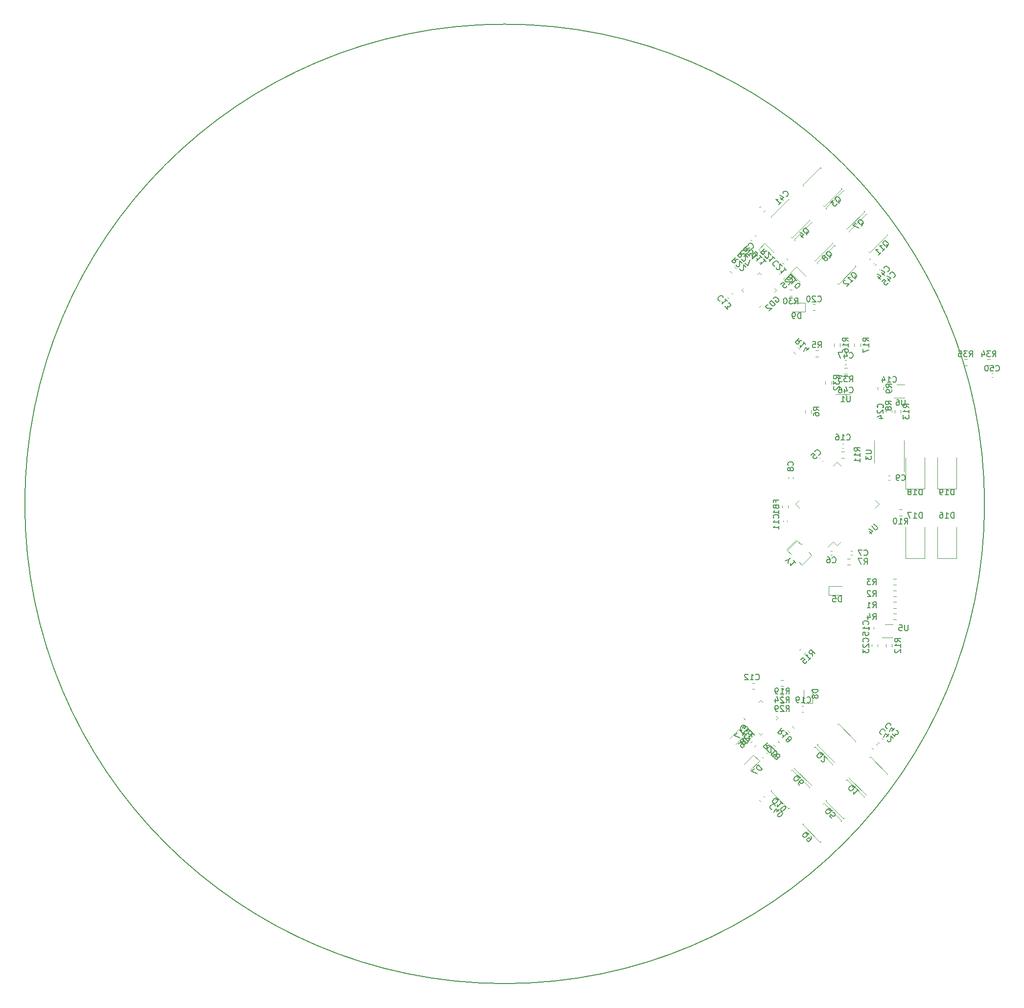
<source format=gbr>
%TF.GenerationSoftware,KiCad,Pcbnew,(6.0.8)*%
%TF.CreationDate,2023-03-29T20:05:15+09:00*%
%TF.ProjectId,ORION_VV_driver_v4,4f52494f-4e5f-4565-965f-647269766572,rev?*%
%TF.SameCoordinates,Original*%
%TF.FileFunction,Legend,Bot*%
%TF.FilePolarity,Positive*%
%FSLAX46Y46*%
G04 Gerber Fmt 4.6, Leading zero omitted, Abs format (unit mm)*
G04 Created by KiCad (PCBNEW (6.0.8)) date 2023-03-29 20:05:15*
%MOMM*%
%LPD*%
G01*
G04 APERTURE LIST*
%ADD10C,0.150000*%
%ADD11C,0.120000*%
G04 APERTURE END LIST*
D10*
X137000000Y-100000000D02*
G75*
G03*
X137000000Y-100000000I-83000000J0D01*
G01*
%TO.C,C7*%
X116166666Y-108857142D02*
X116214285Y-108904761D01*
X116357142Y-108952380D01*
X116452380Y-108952380D01*
X116595238Y-108904761D01*
X116690476Y-108809523D01*
X116738095Y-108714285D01*
X116785714Y-108523809D01*
X116785714Y-108380952D01*
X116738095Y-108190476D01*
X116690476Y-108095238D01*
X116595238Y-108000000D01*
X116452380Y-107952380D01*
X116357142Y-107952380D01*
X116214285Y-108000000D01*
X116166666Y-108047619D01*
X115833333Y-107952380D02*
X115166666Y-107952380D01*
X115595238Y-108952380D01*
%TO.C,FB1*%
X100928571Y-99666666D02*
X100928571Y-99333333D01*
X101452380Y-99333333D02*
X100452380Y-99333333D01*
X100452380Y-99809523D01*
X100928571Y-100523809D02*
X100976190Y-100666666D01*
X101023809Y-100714285D01*
X101119047Y-100761904D01*
X101261904Y-100761904D01*
X101357142Y-100714285D01*
X101404761Y-100666666D01*
X101452380Y-100571428D01*
X101452380Y-100190476D01*
X100452380Y-100190476D01*
X100452380Y-100523809D01*
X100500000Y-100619047D01*
X100547619Y-100666666D01*
X100642857Y-100714285D01*
X100738095Y-100714285D01*
X100833333Y-100666666D01*
X100880952Y-100619047D01*
X100928571Y-100523809D01*
X100928571Y-100190476D01*
X101452380Y-101714285D02*
X101452380Y-101142857D01*
X101452380Y-101428571D02*
X100452380Y-101428571D01*
X100595238Y-101333333D01*
X100690476Y-101238095D01*
X100738095Y-101142857D01*
%TO.C,R25*%
X103785613Y-61376475D02*
X103684598Y-60804056D01*
X104189674Y-60972414D02*
X103482567Y-60265308D01*
X103213193Y-60534682D01*
X103179521Y-60635697D01*
X103179521Y-60703040D01*
X103213193Y-60804056D01*
X103314208Y-60905071D01*
X103415224Y-60938743D01*
X103482567Y-60938743D01*
X103583582Y-60905071D01*
X103852956Y-60635697D01*
X102876475Y-61006086D02*
X102809132Y-61006086D01*
X102708117Y-61039758D01*
X102539758Y-61208117D01*
X102506086Y-61309132D01*
X102506086Y-61376475D01*
X102539758Y-61477491D01*
X102607101Y-61544834D01*
X102741788Y-61612178D01*
X103549911Y-61612178D01*
X103112178Y-62049911D01*
X101765308Y-61982567D02*
X102102025Y-61645850D01*
X102472414Y-61948895D01*
X102405071Y-61948895D01*
X102304056Y-61982567D01*
X102135697Y-62150926D01*
X102102025Y-62251941D01*
X102102025Y-62319285D01*
X102135697Y-62420300D01*
X102304056Y-62588659D01*
X102405071Y-62622330D01*
X102472414Y-62622330D01*
X102573430Y-62588659D01*
X102741788Y-62420300D01*
X102775460Y-62319285D01*
X102775460Y-62251941D01*
%TO.C,R32*%
X111882380Y-78357142D02*
X111406190Y-78023809D01*
X111882380Y-77785714D02*
X110882380Y-77785714D01*
X110882380Y-78166666D01*
X110930000Y-78261904D01*
X110977619Y-78309523D01*
X111072857Y-78357142D01*
X111215714Y-78357142D01*
X111310952Y-78309523D01*
X111358571Y-78261904D01*
X111406190Y-78166666D01*
X111406190Y-77785714D01*
X110882380Y-78690476D02*
X110882380Y-79309523D01*
X111263333Y-78976190D01*
X111263333Y-79119047D01*
X111310952Y-79214285D01*
X111358571Y-79261904D01*
X111453809Y-79309523D01*
X111691904Y-79309523D01*
X111787142Y-79261904D01*
X111834761Y-79214285D01*
X111882380Y-79119047D01*
X111882380Y-78833333D01*
X111834761Y-78738095D01*
X111787142Y-78690476D01*
X110977619Y-79690476D02*
X110930000Y-79738095D01*
X110882380Y-79833333D01*
X110882380Y-80071428D01*
X110930000Y-80166666D01*
X110977619Y-80214285D01*
X111072857Y-80261904D01*
X111168095Y-80261904D01*
X111310952Y-80214285D01*
X111882380Y-79642857D01*
X111882380Y-80261904D01*
%TO.C,R5*%
X108166666Y-72952380D02*
X108500000Y-72476190D01*
X108738095Y-72952380D02*
X108738095Y-71952380D01*
X108357142Y-71952380D01*
X108261904Y-72000000D01*
X108214285Y-72047619D01*
X108166666Y-72142857D01*
X108166666Y-72285714D01*
X108214285Y-72380952D01*
X108261904Y-72428571D01*
X108357142Y-72476190D01*
X108738095Y-72476190D01*
X107261904Y-71952380D02*
X107738095Y-71952380D01*
X107785714Y-72428571D01*
X107738095Y-72380952D01*
X107642857Y-72333333D01*
X107404761Y-72333333D01*
X107309523Y-72380952D01*
X107261904Y-72428571D01*
X107214285Y-72523809D01*
X107214285Y-72761904D01*
X107261904Y-72857142D01*
X107309523Y-72904761D01*
X107404761Y-72952380D01*
X107642857Y-72952380D01*
X107738095Y-72904761D01*
X107785714Y-72857142D01*
%TO.C,R10*%
X123142857Y-103452380D02*
X123476190Y-102976190D01*
X123714285Y-103452380D02*
X123714285Y-102452380D01*
X123333333Y-102452380D01*
X123238095Y-102500000D01*
X123190476Y-102547619D01*
X123142857Y-102642857D01*
X123142857Y-102785714D01*
X123190476Y-102880952D01*
X123238095Y-102928571D01*
X123333333Y-102976190D01*
X123714285Y-102976190D01*
X122190476Y-103452380D02*
X122761904Y-103452380D01*
X122476190Y-103452380D02*
X122476190Y-102452380D01*
X122571428Y-102595238D01*
X122666666Y-102690476D01*
X122761904Y-102738095D01*
X121571428Y-102452380D02*
X121476190Y-102452380D01*
X121380952Y-102500000D01*
X121333333Y-102547619D01*
X121285714Y-102642857D01*
X121238095Y-102833333D01*
X121238095Y-103071428D01*
X121285714Y-103261904D01*
X121333333Y-103357142D01*
X121380952Y-103404761D01*
X121476190Y-103452380D01*
X121571428Y-103452380D01*
X121666666Y-103404761D01*
X121714285Y-103357142D01*
X121761904Y-103261904D01*
X121809523Y-103071428D01*
X121809523Y-102833333D01*
X121761904Y-102642857D01*
X121714285Y-102547619D01*
X121666666Y-102500000D01*
X121571428Y-102452380D01*
%TO.C,C47*%
X113622857Y-74697142D02*
X113670476Y-74744761D01*
X113813333Y-74792380D01*
X113908571Y-74792380D01*
X114051428Y-74744761D01*
X114146666Y-74649523D01*
X114194285Y-74554285D01*
X114241904Y-74363809D01*
X114241904Y-74220952D01*
X114194285Y-74030476D01*
X114146666Y-73935238D01*
X114051428Y-73840000D01*
X113908571Y-73792380D01*
X113813333Y-73792380D01*
X113670476Y-73840000D01*
X113622857Y-73887619D01*
X112765714Y-74125714D02*
X112765714Y-74792380D01*
X113003809Y-73744761D02*
X113241904Y-74459047D01*
X112622857Y-74459047D01*
X112337142Y-73792380D02*
X111670476Y-73792380D01*
X112099047Y-74792380D01*
%TO.C,C22*%
X96707106Y-55797969D02*
X96774450Y-55797969D01*
X96909137Y-55730625D01*
X96976480Y-55663282D01*
X97043824Y-55528595D01*
X97043824Y-55393908D01*
X97010152Y-55292893D01*
X96909137Y-55124534D01*
X96808122Y-55023519D01*
X96639763Y-54922503D01*
X96538748Y-54888832D01*
X96404061Y-54888832D01*
X96269374Y-54956175D01*
X96202030Y-55023519D01*
X96134687Y-55158206D01*
X96134687Y-55225549D01*
X95865312Y-55494923D02*
X95797969Y-55494923D01*
X95696954Y-55528595D01*
X95528595Y-55696954D01*
X95494923Y-55797969D01*
X95494923Y-55865312D01*
X95528595Y-55966328D01*
X95595938Y-56033671D01*
X95730625Y-56101015D01*
X96538748Y-56101015D01*
X96101015Y-56538748D01*
X95191877Y-56168358D02*
X95124534Y-56168358D01*
X95023519Y-56202030D01*
X94855160Y-56370389D01*
X94821488Y-56471404D01*
X94821488Y-56538748D01*
X94855160Y-56639763D01*
X94922503Y-56707106D01*
X95057190Y-56774450D01*
X95865312Y-56774450D01*
X95427580Y-57212183D01*
%TO.C,R2*%
X117666666Y-115992380D02*
X118000000Y-115516190D01*
X118238095Y-115992380D02*
X118238095Y-114992380D01*
X117857142Y-114992380D01*
X117761904Y-115040000D01*
X117714285Y-115087619D01*
X117666666Y-115182857D01*
X117666666Y-115325714D01*
X117714285Y-115420952D01*
X117761904Y-115468571D01*
X117857142Y-115516190D01*
X118238095Y-115516190D01*
X117285714Y-115087619D02*
X117238095Y-115040000D01*
X117142857Y-114992380D01*
X116904761Y-114992380D01*
X116809523Y-115040000D01*
X116761904Y-115087619D01*
X116714285Y-115182857D01*
X116714285Y-115278095D01*
X116761904Y-115420952D01*
X117333333Y-115992380D01*
X116714285Y-115992380D01*
%TO.C,R13*%
X123952380Y-83357142D02*
X123476190Y-83023809D01*
X123952380Y-82785714D02*
X122952380Y-82785714D01*
X122952380Y-83166666D01*
X123000000Y-83261904D01*
X123047619Y-83309523D01*
X123142857Y-83357142D01*
X123285714Y-83357142D01*
X123380952Y-83309523D01*
X123428571Y-83261904D01*
X123476190Y-83166666D01*
X123476190Y-82785714D01*
X123952380Y-84309523D02*
X123952380Y-83738095D01*
X123952380Y-84023809D02*
X122952380Y-84023809D01*
X123095238Y-83928571D01*
X123190476Y-83833333D01*
X123238095Y-83738095D01*
X122952380Y-84642857D02*
X122952380Y-85261904D01*
X123333333Y-84928571D01*
X123333333Y-85071428D01*
X123380952Y-85166666D01*
X123428571Y-85214285D01*
X123523809Y-85261904D01*
X123761904Y-85261904D01*
X123857142Y-85214285D01*
X123904761Y-85166666D01*
X123952380Y-85071428D01*
X123952380Y-84785714D01*
X123904761Y-84690476D01*
X123857142Y-84642857D01*
%TO.C,C21*%
X101297969Y-58292893D02*
X101297969Y-58225549D01*
X101230625Y-58090862D01*
X101163282Y-58023519D01*
X101028595Y-57956175D01*
X100893908Y-57956175D01*
X100792893Y-57989847D01*
X100624534Y-58090862D01*
X100523519Y-58191877D01*
X100422503Y-58360236D01*
X100388832Y-58461251D01*
X100388832Y-58595938D01*
X100456175Y-58730625D01*
X100523519Y-58797969D01*
X100658206Y-58865312D01*
X100725549Y-58865312D01*
X100994923Y-59134687D02*
X100994923Y-59202030D01*
X101028595Y-59303045D01*
X101196954Y-59471404D01*
X101297969Y-59505076D01*
X101365312Y-59505076D01*
X101466328Y-59471404D01*
X101533671Y-59404061D01*
X101601015Y-59269374D01*
X101601015Y-58461251D01*
X102038748Y-58898984D01*
X102712183Y-59572419D02*
X102308122Y-59168358D01*
X102510152Y-59370389D02*
X101803045Y-60077496D01*
X101836717Y-59909137D01*
X101836717Y-59774450D01*
X101803045Y-59673435D01*
%TO.C,Q10*%
X101483163Y-151208713D02*
X101382147Y-151175042D01*
X101247460Y-151175042D01*
X101045430Y-151175042D01*
X100944415Y-151141370D01*
X100877071Y-151074026D01*
X101079102Y-150939339D02*
X100978086Y-150905668D01*
X100843399Y-150905668D01*
X100675041Y-151006683D01*
X100439338Y-151242385D01*
X100338323Y-151410744D01*
X100338323Y-151545431D01*
X100371995Y-151646446D01*
X100506682Y-151781133D01*
X100607697Y-151814805D01*
X100742384Y-151814805D01*
X100910743Y-151713790D01*
X101146445Y-151478087D01*
X101247460Y-151309729D01*
X101247460Y-151175042D01*
X101213789Y-151074026D01*
X101079102Y-150939339D01*
X102055582Y-151915820D02*
X101651521Y-151511759D01*
X101853552Y-151713790D02*
X101146445Y-152420896D01*
X101180117Y-152252538D01*
X101180117Y-152117851D01*
X101146445Y-152016835D01*
X101786208Y-153060660D02*
X101853552Y-153128003D01*
X101954567Y-153161675D01*
X102021911Y-153161675D01*
X102122926Y-153128003D01*
X102291285Y-153026988D01*
X102459643Y-152858629D01*
X102560659Y-152690270D01*
X102594330Y-152589255D01*
X102594330Y-152521912D01*
X102560659Y-152420896D01*
X102493315Y-152353553D01*
X102392300Y-152319881D01*
X102324956Y-152319881D01*
X102223941Y-152353553D01*
X102055582Y-152454568D01*
X101887224Y-152622927D01*
X101786208Y-152791286D01*
X101752537Y-152892301D01*
X101752537Y-152959644D01*
X101786208Y-153060660D01*
%TO.C,R24*%
X102642857Y-134382380D02*
X102976190Y-133906190D01*
X103214285Y-134382380D02*
X103214285Y-133382380D01*
X102833333Y-133382380D01*
X102738095Y-133430000D01*
X102690476Y-133477619D01*
X102642857Y-133572857D01*
X102642857Y-133715714D01*
X102690476Y-133810952D01*
X102738095Y-133858571D01*
X102833333Y-133906190D01*
X103214285Y-133906190D01*
X102261904Y-133477619D02*
X102214285Y-133430000D01*
X102119047Y-133382380D01*
X101880952Y-133382380D01*
X101785714Y-133430000D01*
X101738095Y-133477619D01*
X101690476Y-133572857D01*
X101690476Y-133668095D01*
X101738095Y-133810952D01*
X102309523Y-134382380D01*
X101690476Y-134382380D01*
X100833333Y-133715714D02*
X100833333Y-134382380D01*
X101071428Y-133334761D02*
X101309523Y-134049047D01*
X100690476Y-134049047D01*
%TO.C,C16*%
X113142857Y-88857142D02*
X113190476Y-88904761D01*
X113333333Y-88952380D01*
X113428571Y-88952380D01*
X113571428Y-88904761D01*
X113666666Y-88809523D01*
X113714285Y-88714285D01*
X113761904Y-88523809D01*
X113761904Y-88380952D01*
X113714285Y-88190476D01*
X113666666Y-88095238D01*
X113571428Y-88000000D01*
X113428571Y-87952380D01*
X113333333Y-87952380D01*
X113190476Y-88000000D01*
X113142857Y-88047619D01*
X112190476Y-88952380D02*
X112761904Y-88952380D01*
X112476190Y-88952380D02*
X112476190Y-87952380D01*
X112571428Y-88095238D01*
X112666666Y-88190476D01*
X112761904Y-88238095D01*
X111333333Y-87952380D02*
X111523809Y-87952380D01*
X111619047Y-88000000D01*
X111666666Y-88047619D01*
X111761904Y-88190476D01*
X111809523Y-88380952D01*
X111809523Y-88761904D01*
X111761904Y-88857142D01*
X111714285Y-88904761D01*
X111619047Y-88952380D01*
X111428571Y-88952380D01*
X111333333Y-88904761D01*
X111285714Y-88857142D01*
X111238095Y-88761904D01*
X111238095Y-88523809D01*
X111285714Y-88428571D01*
X111333333Y-88380952D01*
X111428571Y-88333333D01*
X111619047Y-88333333D01*
X111714285Y-88380952D01*
X111761904Y-88428571D01*
X111809523Y-88523809D01*
%TO.C,C15*%
X116857142Y-120857142D02*
X116904761Y-120809523D01*
X116952380Y-120666666D01*
X116952380Y-120571428D01*
X116904761Y-120428571D01*
X116809523Y-120333333D01*
X116714285Y-120285714D01*
X116523809Y-120238095D01*
X116380952Y-120238095D01*
X116190476Y-120285714D01*
X116095238Y-120333333D01*
X116000000Y-120428571D01*
X115952380Y-120571428D01*
X115952380Y-120666666D01*
X116000000Y-120809523D01*
X116047619Y-120857142D01*
X116952380Y-121809523D02*
X116952380Y-121238095D01*
X116952380Y-121523809D02*
X115952380Y-121523809D01*
X116095238Y-121428571D01*
X116190476Y-121333333D01*
X116238095Y-121238095D01*
X115952380Y-122714285D02*
X115952380Y-122238095D01*
X116428571Y-122190476D01*
X116380952Y-122238095D01*
X116333333Y-122333333D01*
X116333333Y-122571428D01*
X116380952Y-122666666D01*
X116428571Y-122714285D01*
X116523809Y-122761904D01*
X116761904Y-122761904D01*
X116857142Y-122714285D01*
X116904761Y-122666666D01*
X116952380Y-122571428D01*
X116952380Y-122333333D01*
X116904761Y-122238095D01*
X116857142Y-122190476D01*
%TO.C,R18*%
X102354149Y-139236712D02*
X101781730Y-139337727D01*
X101950088Y-138832651D02*
X101242982Y-139539758D01*
X101512356Y-139809132D01*
X101613371Y-139842804D01*
X101680714Y-139842804D01*
X101781730Y-139809132D01*
X101882745Y-139708117D01*
X101916417Y-139607101D01*
X101916417Y-139539758D01*
X101882745Y-139438743D01*
X101613371Y-139169369D01*
X103027585Y-139910147D02*
X102623524Y-139506086D01*
X102825554Y-139708117D02*
X102118447Y-140415224D01*
X102152119Y-140246865D01*
X102152119Y-140112178D01*
X102118447Y-140011163D01*
X103027585Y-140718269D02*
X102926569Y-140684598D01*
X102859226Y-140684598D01*
X102758211Y-140718269D01*
X102724539Y-140751941D01*
X102690867Y-140852956D01*
X102690867Y-140920300D01*
X102724539Y-141021315D01*
X102859226Y-141156002D01*
X102960241Y-141189674D01*
X103027585Y-141189674D01*
X103128600Y-141156002D01*
X103162272Y-141122330D01*
X103195943Y-141021315D01*
X103195943Y-140953972D01*
X103162272Y-140852956D01*
X103027585Y-140718269D01*
X102993913Y-140617254D01*
X102993913Y-140549911D01*
X103027585Y-140448895D01*
X103162272Y-140314208D01*
X103263287Y-140280537D01*
X103330630Y-140280537D01*
X103431646Y-140314208D01*
X103566333Y-140448895D01*
X103600004Y-140549911D01*
X103600004Y-140617254D01*
X103566333Y-140718269D01*
X103431646Y-140852956D01*
X103330630Y-140886628D01*
X103263287Y-140886628D01*
X103162272Y-140852956D01*
%TO.C,U3*%
X116452380Y-90738095D02*
X117261904Y-90738095D01*
X117357142Y-90785714D01*
X117404761Y-90833333D01*
X117452380Y-90928571D01*
X117452380Y-91119047D01*
X117404761Y-91214285D01*
X117357142Y-91261904D01*
X117261904Y-91309523D01*
X116452380Y-91309523D01*
X116452380Y-91690476D02*
X116452380Y-92309523D01*
X116833333Y-91976190D01*
X116833333Y-92119047D01*
X116880952Y-92214285D01*
X116928571Y-92261904D01*
X117023809Y-92309523D01*
X117261904Y-92309523D01*
X117357142Y-92261904D01*
X117404761Y-92214285D01*
X117452380Y-92119047D01*
X117452380Y-91833333D01*
X117404761Y-91738095D01*
X117357142Y-91690476D01*
%TO.C,D8*%
X108198237Y-132093548D02*
X107198237Y-132093548D01*
X107198237Y-132331644D01*
X107245857Y-132474501D01*
X107341095Y-132569739D01*
X107436333Y-132617358D01*
X107626809Y-132664977D01*
X107769666Y-132664977D01*
X107960142Y-132617358D01*
X108055380Y-132569739D01*
X108150618Y-132474501D01*
X108198237Y-132331644D01*
X108198237Y-132093548D01*
X107626809Y-133236405D02*
X107579190Y-133141167D01*
X107531571Y-133093548D01*
X107436333Y-133045929D01*
X107388714Y-133045929D01*
X107293476Y-133093548D01*
X107245857Y-133141167D01*
X107198237Y-133236405D01*
X107198237Y-133426882D01*
X107245857Y-133522120D01*
X107293476Y-133569739D01*
X107388714Y-133617358D01*
X107436333Y-133617358D01*
X107531571Y-133569739D01*
X107579190Y-133522120D01*
X107626809Y-133426882D01*
X107626809Y-133236405D01*
X107674428Y-133141167D01*
X107722047Y-133093548D01*
X107817285Y-133045929D01*
X108007761Y-133045929D01*
X108102999Y-133093548D01*
X108150618Y-133141167D01*
X108198237Y-133236405D01*
X108198237Y-133426882D01*
X108150618Y-133522120D01*
X108102999Y-133569739D01*
X108007761Y-133617358D01*
X107817285Y-133617358D01*
X107722047Y-133569739D01*
X107674428Y-133522120D01*
X107626809Y-133426882D01*
%TO.C,C43*%
X120797969Y-138292893D02*
X120797969Y-138225549D01*
X120730625Y-138090862D01*
X120663282Y-138023519D01*
X120528595Y-137956175D01*
X120393908Y-137956175D01*
X120292893Y-137989847D01*
X120124534Y-138090862D01*
X120023519Y-138191877D01*
X119922503Y-138360236D01*
X119888832Y-138461251D01*
X119888832Y-138595938D01*
X119956175Y-138730625D01*
X120023519Y-138797969D01*
X120158206Y-138865312D01*
X120225549Y-138865312D01*
X121000000Y-139303045D02*
X121471404Y-138831641D01*
X120562267Y-139404061D02*
X120898984Y-138730625D01*
X121336717Y-139168358D01*
X121067343Y-139841793D02*
X121505076Y-140279526D01*
X121538748Y-139774450D01*
X121639763Y-139875465D01*
X121740778Y-139909137D01*
X121808122Y-139909137D01*
X121909137Y-139875465D01*
X122077496Y-139707106D01*
X122111167Y-139606091D01*
X122111167Y-139538748D01*
X122077496Y-139437732D01*
X121875465Y-139235702D01*
X121774450Y-139202030D01*
X121707106Y-139202030D01*
%TO.C,C40*%
X100797969Y-152292894D02*
X100797969Y-152225550D01*
X100730625Y-152090863D01*
X100663282Y-152023520D01*
X100528595Y-151956176D01*
X100393908Y-151956176D01*
X100292893Y-151989848D01*
X100124534Y-152090863D01*
X100023519Y-152191878D01*
X99922503Y-152360237D01*
X99888832Y-152461252D01*
X99888832Y-152595939D01*
X99956175Y-152730626D01*
X100023519Y-152797970D01*
X100158206Y-152865313D01*
X100225549Y-152865313D01*
X101000000Y-153303046D02*
X101471404Y-152831642D01*
X100562267Y-153404062D02*
X100898984Y-152730626D01*
X101336717Y-153168359D01*
X101269374Y-154043825D02*
X101336717Y-154111168D01*
X101437732Y-154144840D01*
X101505076Y-154144840D01*
X101606091Y-154111168D01*
X101774450Y-154010153D01*
X101942809Y-153841794D01*
X102043824Y-153673436D01*
X102077496Y-153572420D01*
X102077496Y-153505077D01*
X102043824Y-153404062D01*
X101976480Y-153336718D01*
X101875465Y-153303046D01*
X101808122Y-153303046D01*
X101707106Y-153336718D01*
X101538748Y-153437733D01*
X101370389Y-153606092D01*
X101269374Y-153774451D01*
X101235702Y-153875466D01*
X101235702Y-153942810D01*
X101269374Y-154043825D01*
%TO.C,D10*%
X103461251Y-60321488D02*
X102754145Y-61028595D01*
X102922503Y-61196954D01*
X103057190Y-61264297D01*
X103191877Y-61264297D01*
X103292893Y-61230625D01*
X103461251Y-61129610D01*
X103562267Y-61028595D01*
X103663282Y-60860236D01*
X103696954Y-60759221D01*
X103696954Y-60624534D01*
X103629610Y-60489847D01*
X103461251Y-60321488D01*
X104538748Y-61398984D02*
X104134687Y-60994923D01*
X104336717Y-61196954D02*
X103629610Y-61904061D01*
X103663282Y-61735702D01*
X103663282Y-61601015D01*
X103629610Y-61500000D01*
X104269374Y-62543824D02*
X104336717Y-62611167D01*
X104437732Y-62644839D01*
X104505076Y-62644839D01*
X104606091Y-62611167D01*
X104774450Y-62510152D01*
X104942809Y-62341793D01*
X105043824Y-62173435D01*
X105077496Y-62072419D01*
X105077496Y-62005076D01*
X105043824Y-61904061D01*
X104976480Y-61836717D01*
X104875465Y-61803045D01*
X104808122Y-61803045D01*
X104707106Y-61836717D01*
X104538748Y-61937732D01*
X104370389Y-62106091D01*
X104269374Y-62274450D01*
X104235702Y-62375465D01*
X104235702Y-62442809D01*
X104269374Y-62543824D01*
%TO.C,R35*%
X134372381Y-74522380D02*
X134705714Y-74046190D01*
X134943809Y-74522380D02*
X134943809Y-73522380D01*
X134562857Y-73522380D01*
X134467619Y-73570000D01*
X134420000Y-73617619D01*
X134372381Y-73712857D01*
X134372381Y-73855714D01*
X134420000Y-73950952D01*
X134467619Y-73998571D01*
X134562857Y-74046190D01*
X134943809Y-74046190D01*
X134039047Y-73522380D02*
X133420000Y-73522380D01*
X133753333Y-73903333D01*
X133610476Y-73903333D01*
X133515238Y-73950952D01*
X133467619Y-73998571D01*
X133420000Y-74093809D01*
X133420000Y-74331904D01*
X133467619Y-74427142D01*
X133515238Y-74474761D01*
X133610476Y-74522380D01*
X133896190Y-74522380D01*
X133991428Y-74474761D01*
X134039047Y-74427142D01*
X132515238Y-73522380D02*
X132991428Y-73522380D01*
X133039047Y-73998571D01*
X132991428Y-73950952D01*
X132896190Y-73903333D01*
X132658095Y-73903333D01*
X132562857Y-73950952D01*
X132515238Y-73998571D01*
X132467619Y-74093809D01*
X132467619Y-74331904D01*
X132515238Y-74427142D01*
X132562857Y-74474761D01*
X132658095Y-74522380D01*
X132896190Y-74522380D01*
X132991428Y-74474761D01*
X133039047Y-74427142D01*
%TO.C,Q5*%
X110685908Y-153025330D02*
X110584893Y-152991658D01*
X110450206Y-152991658D01*
X110248175Y-152991658D01*
X110147160Y-152957986D01*
X110079817Y-152890643D01*
X110281847Y-152755956D02*
X110180832Y-152722284D01*
X110046145Y-152722284D01*
X109877786Y-152823299D01*
X109642084Y-153059002D01*
X109541069Y-153227360D01*
X109541069Y-153362047D01*
X109574740Y-153463063D01*
X109709427Y-153597750D01*
X109810443Y-153631421D01*
X109945130Y-153631421D01*
X110113488Y-153530406D01*
X110349191Y-153294704D01*
X110450206Y-153126345D01*
X110450206Y-152991658D01*
X110416534Y-152890643D01*
X110281847Y-152755956D01*
X110517549Y-154405872D02*
X110180832Y-154069154D01*
X110483878Y-153698765D01*
X110483878Y-153766108D01*
X110517549Y-153867124D01*
X110685908Y-154035482D01*
X110786923Y-154069154D01*
X110854267Y-154069154D01*
X110955282Y-154035482D01*
X111123641Y-153867124D01*
X111157313Y-153766108D01*
X111157313Y-153698765D01*
X111123641Y-153597750D01*
X110955282Y-153429391D01*
X110854267Y-153395719D01*
X110786923Y-153395719D01*
%TO.C,GD2*%
X100499117Y-64488965D02*
X100532789Y-64387950D01*
X100633804Y-64286934D01*
X100768491Y-64219591D01*
X100903178Y-64219591D01*
X101004194Y-64253263D01*
X101172552Y-64354278D01*
X101273568Y-64455293D01*
X101374583Y-64623652D01*
X101408255Y-64724667D01*
X101408255Y-64859354D01*
X101340911Y-64994041D01*
X101273568Y-65061385D01*
X101138881Y-65128728D01*
X101071537Y-65128728D01*
X100835835Y-64893026D01*
X100970522Y-64758339D01*
X100835835Y-65499117D02*
X100128728Y-64792011D01*
X99960369Y-64960369D01*
X99893026Y-65095056D01*
X99893026Y-65229743D01*
X99926698Y-65330759D01*
X100027713Y-65499117D01*
X100128728Y-65600133D01*
X100297087Y-65701148D01*
X100398102Y-65734820D01*
X100532789Y-65734820D01*
X100667476Y-65667476D01*
X100835835Y-65499117D01*
X99522637Y-65532789D02*
X99455293Y-65532789D01*
X99354278Y-65566461D01*
X99185919Y-65734820D01*
X99152247Y-65835835D01*
X99152247Y-65903178D01*
X99185919Y-66004194D01*
X99253263Y-66071537D01*
X99387950Y-66138881D01*
X100196072Y-66138881D01*
X99758339Y-66576613D01*
%TO.C,C9*%
X122666666Y-95857142D02*
X122714285Y-95904761D01*
X122857142Y-95952380D01*
X122952380Y-95952380D01*
X123095238Y-95904761D01*
X123190476Y-95809523D01*
X123238095Y-95714285D01*
X123285714Y-95523809D01*
X123285714Y-95380952D01*
X123238095Y-95190476D01*
X123190476Y-95095238D01*
X123095238Y-95000000D01*
X122952380Y-94952380D01*
X122857142Y-94952380D01*
X122714285Y-95000000D01*
X122666666Y-95047619D01*
X122190476Y-95952380D02*
X122000000Y-95952380D01*
X121904761Y-95904761D01*
X121857142Y-95857142D01*
X121761904Y-95714285D01*
X121714285Y-95523809D01*
X121714285Y-95142857D01*
X121761904Y-95047619D01*
X121809523Y-95000000D01*
X121904761Y-94952380D01*
X122095238Y-94952380D01*
X122190476Y-95000000D01*
X122238095Y-95047619D01*
X122285714Y-95142857D01*
X122285714Y-95380952D01*
X122238095Y-95476190D01*
X122190476Y-95523809D01*
X122095238Y-95571428D01*
X121904761Y-95571428D01*
X121809523Y-95523809D01*
X121761904Y-95476190D01*
X121714285Y-95380952D01*
%TO.C,D5*%
X112238095Y-116952380D02*
X112238095Y-115952380D01*
X112000000Y-115952380D01*
X111857142Y-116000000D01*
X111761904Y-116095238D01*
X111714285Y-116190476D01*
X111666666Y-116380952D01*
X111666666Y-116523809D01*
X111714285Y-116714285D01*
X111761904Y-116809523D01*
X111857142Y-116904761D01*
X112000000Y-116952380D01*
X112238095Y-116952380D01*
X110761904Y-115952380D02*
X111238095Y-115952380D01*
X111285714Y-116428571D01*
X111238095Y-116380952D01*
X111142857Y-116333333D01*
X110904761Y-116333333D01*
X110809523Y-116380952D01*
X110761904Y-116428571D01*
X110714285Y-116523809D01*
X110714285Y-116761904D01*
X110761904Y-116857142D01*
X110809523Y-116904761D01*
X110904761Y-116952380D01*
X111142857Y-116952380D01*
X111238095Y-116904761D01*
X111285714Y-116857142D01*
%TO.C,U5*%
X123761904Y-120952380D02*
X123761904Y-121761904D01*
X123714285Y-121857142D01*
X123666666Y-121904761D01*
X123571428Y-121952380D01*
X123380952Y-121952380D01*
X123285714Y-121904761D01*
X123238095Y-121857142D01*
X123190476Y-121761904D01*
X123190476Y-120952380D01*
X122238095Y-120952380D02*
X122714285Y-120952380D01*
X122761904Y-121428571D01*
X122714285Y-121380952D01*
X122619047Y-121333333D01*
X122380952Y-121333333D01*
X122285714Y-121380952D01*
X122238095Y-121428571D01*
X122190476Y-121523809D01*
X122190476Y-121761904D01*
X122238095Y-121857142D01*
X122285714Y-121904761D01*
X122380952Y-121952380D01*
X122619047Y-121952380D01*
X122714285Y-121904761D01*
X122761904Y-121857142D01*
%TO.C,C5*%
X108286506Y-91550804D02*
X108353849Y-91550804D01*
X108488536Y-91483460D01*
X108555880Y-91416117D01*
X108623223Y-91281429D01*
X108623223Y-91146742D01*
X108589552Y-91045727D01*
X108488536Y-90877368D01*
X108387521Y-90776353D01*
X108219162Y-90675338D01*
X108118147Y-90641666D01*
X107983460Y-90641666D01*
X107848773Y-90709010D01*
X107781429Y-90776353D01*
X107714086Y-90911040D01*
X107714086Y-90978384D01*
X107006979Y-91550804D02*
X107343697Y-91214086D01*
X107714086Y-91517132D01*
X107646742Y-91517132D01*
X107545727Y-91550804D01*
X107377368Y-91719162D01*
X107343697Y-91820178D01*
X107343697Y-91887521D01*
X107377368Y-91988536D01*
X107545727Y-92156895D01*
X107646742Y-92190567D01*
X107714086Y-92190567D01*
X107815101Y-92156895D01*
X107983460Y-91988536D01*
X108017132Y-91887521D01*
X108017132Y-91820178D01*
%TO.C,C11*%
X101357142Y-102464978D02*
X101404761Y-102417359D01*
X101452380Y-102274502D01*
X101452380Y-102179264D01*
X101404761Y-102036407D01*
X101309523Y-101941169D01*
X101214285Y-101893550D01*
X101023809Y-101845931D01*
X100880952Y-101845931D01*
X100690476Y-101893550D01*
X100595238Y-101941169D01*
X100500000Y-102036407D01*
X100452380Y-102179264D01*
X100452380Y-102274502D01*
X100500000Y-102417359D01*
X100547619Y-102464978D01*
X101452380Y-103417359D02*
X101452380Y-102845931D01*
X101452380Y-103131645D02*
X100452380Y-103131645D01*
X100595238Y-103036407D01*
X100690476Y-102941169D01*
X100738095Y-102845931D01*
X101452380Y-104369740D02*
X101452380Y-103798312D01*
X101452380Y-104084026D02*
X100452380Y-104084026D01*
X100595238Y-103988788D01*
X100690476Y-103893550D01*
X100738095Y-103798312D01*
%TO.C,C42*%
X119797969Y-139292893D02*
X119797969Y-139225549D01*
X119730625Y-139090862D01*
X119663282Y-139023519D01*
X119528595Y-138956175D01*
X119393908Y-138956175D01*
X119292893Y-138989847D01*
X119124534Y-139090862D01*
X119023519Y-139191877D01*
X118922503Y-139360236D01*
X118888832Y-139461251D01*
X118888832Y-139595938D01*
X118956175Y-139730625D01*
X119023519Y-139797969D01*
X119158206Y-139865312D01*
X119225549Y-139865312D01*
X120000000Y-140303045D02*
X120471404Y-139831641D01*
X119562267Y-140404061D02*
X119898984Y-139730625D01*
X120336717Y-140168358D01*
X120168358Y-140808122D02*
X120168358Y-140875465D01*
X120202030Y-140976480D01*
X120370389Y-141144839D01*
X120471404Y-141178511D01*
X120538748Y-141178511D01*
X120639763Y-141144839D01*
X120707106Y-141077496D01*
X120774450Y-140942809D01*
X120774450Y-140134687D01*
X121212183Y-140572419D01*
%TO.C,C12*%
X97417857Y-130357142D02*
X97465476Y-130404761D01*
X97608333Y-130452380D01*
X97703571Y-130452380D01*
X97846428Y-130404761D01*
X97941666Y-130309523D01*
X97989285Y-130214285D01*
X98036904Y-130023809D01*
X98036904Y-129880952D01*
X97989285Y-129690476D01*
X97941666Y-129595238D01*
X97846428Y-129500000D01*
X97703571Y-129452380D01*
X97608333Y-129452380D01*
X97465476Y-129500000D01*
X97417857Y-129547619D01*
X96465476Y-130452380D02*
X97036904Y-130452380D01*
X96751190Y-130452380D02*
X96751190Y-129452380D01*
X96846428Y-129595238D01*
X96941666Y-129690476D01*
X97036904Y-129738095D01*
X96084523Y-129547619D02*
X96036904Y-129500000D01*
X95941666Y-129452380D01*
X95703571Y-129452380D01*
X95608333Y-129500000D01*
X95560714Y-129547619D01*
X95513095Y-129642857D01*
X95513095Y-129738095D01*
X95560714Y-129880952D01*
X96132142Y-130452380D01*
X95513095Y-130452380D01*
%TO.C,D6*%
X96202974Y-141199530D02*
X95495868Y-140492423D01*
X95327509Y-140660782D01*
X95260165Y-140795469D01*
X95260165Y-140930156D01*
X95293837Y-141031171D01*
X95394852Y-141199530D01*
X95495868Y-141300545D01*
X95664226Y-141401561D01*
X95765242Y-141435232D01*
X95899929Y-141435232D01*
X96034616Y-141367889D01*
X96202974Y-141199530D01*
X94485715Y-141502576D02*
X94620402Y-141367889D01*
X94721417Y-141334217D01*
X94788761Y-141334217D01*
X94957119Y-141367889D01*
X95125478Y-141468904D01*
X95394852Y-141738278D01*
X95428524Y-141839293D01*
X95428524Y-141906637D01*
X95394852Y-142007652D01*
X95260165Y-142142339D01*
X95159150Y-142176011D01*
X95091806Y-142176011D01*
X94990791Y-142142339D01*
X94822432Y-141973980D01*
X94788761Y-141872965D01*
X94788761Y-141805622D01*
X94822432Y-141704606D01*
X94957119Y-141569919D01*
X95058135Y-141536248D01*
X95125478Y-141536248D01*
X95226493Y-141569919D01*
%TO.C,Q2*%
X109185908Y-143332921D02*
X109084893Y-143299249D01*
X108950206Y-143299249D01*
X108748175Y-143299249D01*
X108647160Y-143265577D01*
X108579817Y-143198234D01*
X108781847Y-143063547D02*
X108680832Y-143029875D01*
X108546145Y-143029875D01*
X108377786Y-143130890D01*
X108142084Y-143366593D01*
X108041069Y-143534951D01*
X108041069Y-143669638D01*
X108074740Y-143770654D01*
X108209427Y-143905341D01*
X108310443Y-143939012D01*
X108445130Y-143939012D01*
X108613488Y-143837997D01*
X108849191Y-143602295D01*
X108950206Y-143433936D01*
X108950206Y-143299249D01*
X108916534Y-143198234D01*
X108781847Y-143063547D01*
X108714504Y-144275730D02*
X108714504Y-144343073D01*
X108748175Y-144444089D01*
X108916534Y-144612447D01*
X109017549Y-144646119D01*
X109084893Y-144646119D01*
X109185908Y-144612447D01*
X109253252Y-144545104D01*
X109320595Y-144410417D01*
X109320595Y-143602295D01*
X109758328Y-144040028D01*
%TO.C,Q4*%
X106242058Y-53453854D02*
X106275730Y-53352839D01*
X106275730Y-53218152D01*
X106275730Y-53016121D01*
X106309402Y-52915106D01*
X106376745Y-52847763D01*
X106511432Y-53049793D02*
X106545104Y-52948778D01*
X106545104Y-52814091D01*
X106444089Y-52645732D01*
X106208386Y-52410030D01*
X106040028Y-52309015D01*
X105905341Y-52309015D01*
X105804325Y-52342686D01*
X105669638Y-52477373D01*
X105635967Y-52578389D01*
X105635967Y-52713076D01*
X105736982Y-52881434D01*
X105972684Y-53117137D01*
X106141043Y-53218152D01*
X106275730Y-53218152D01*
X106376745Y-53184480D01*
X106511432Y-53049793D01*
X105130890Y-53487526D02*
X105602295Y-53958930D01*
X105029875Y-53049793D02*
X105703310Y-53386511D01*
X105265577Y-53824243D01*
%TO.C,R4*%
X117666666Y-119992380D02*
X118000000Y-119516190D01*
X118238095Y-119992380D02*
X118238095Y-118992380D01*
X117857142Y-118992380D01*
X117761904Y-119040000D01*
X117714285Y-119087619D01*
X117666666Y-119182857D01*
X117666666Y-119325714D01*
X117714285Y-119420952D01*
X117761904Y-119468571D01*
X117857142Y-119516190D01*
X118238095Y-119516190D01*
X116809523Y-119325714D02*
X116809523Y-119992380D01*
X117047619Y-118944761D02*
X117285714Y-119659047D01*
X116666666Y-119659047D01*
%TO.C,R3*%
X117666666Y-113992380D02*
X118000000Y-113516190D01*
X118238095Y-113992380D02*
X118238095Y-112992380D01*
X117857142Y-112992380D01*
X117761904Y-113040000D01*
X117714285Y-113087619D01*
X117666666Y-113182857D01*
X117666666Y-113325714D01*
X117714285Y-113420952D01*
X117761904Y-113468571D01*
X117857142Y-113516190D01*
X118238095Y-113516190D01*
X117333333Y-112992380D02*
X116714285Y-112992380D01*
X117047619Y-113373333D01*
X116904761Y-113373333D01*
X116809523Y-113420952D01*
X116761904Y-113468571D01*
X116714285Y-113563809D01*
X116714285Y-113801904D01*
X116761904Y-113897142D01*
X116809523Y-113944761D01*
X116904761Y-113992380D01*
X117190476Y-113992380D01*
X117285714Y-113944761D01*
X117333333Y-113897142D01*
%TO.C,C24*%
X119357142Y-83357142D02*
X119404761Y-83309523D01*
X119452380Y-83166666D01*
X119452380Y-83071428D01*
X119404761Y-82928571D01*
X119309523Y-82833333D01*
X119214285Y-82785714D01*
X119023809Y-82738095D01*
X118880952Y-82738095D01*
X118690476Y-82785714D01*
X118595238Y-82833333D01*
X118500000Y-82928571D01*
X118452380Y-83071428D01*
X118452380Y-83166666D01*
X118500000Y-83309523D01*
X118547619Y-83357142D01*
X118547619Y-83738095D02*
X118500000Y-83785714D01*
X118452380Y-83880952D01*
X118452380Y-84119047D01*
X118500000Y-84214285D01*
X118547619Y-84261904D01*
X118642857Y-84309523D01*
X118738095Y-84309523D01*
X118880952Y-84261904D01*
X119452380Y-83690476D01*
X119452380Y-84309523D01*
X118785714Y-85166666D02*
X119452380Y-85166666D01*
X118404761Y-84928571D02*
X119119047Y-84690476D01*
X119119047Y-85309523D01*
%TO.C,R21*%
X99376475Y-56214386D02*
X98804056Y-56315401D01*
X98972414Y-55810325D02*
X98265308Y-56517432D01*
X98534682Y-56786806D01*
X98635697Y-56820478D01*
X98703040Y-56820478D01*
X98804056Y-56786806D01*
X98905071Y-56685791D01*
X98938743Y-56584775D01*
X98938743Y-56517432D01*
X98905071Y-56416417D01*
X98635697Y-56147043D01*
X99006086Y-57123524D02*
X99006086Y-57190867D01*
X99039758Y-57291882D01*
X99208117Y-57460241D01*
X99309132Y-57493913D01*
X99376475Y-57493913D01*
X99477491Y-57460241D01*
X99544834Y-57392898D01*
X99612178Y-57258211D01*
X99612178Y-56450088D01*
X100049911Y-56887821D01*
X100723346Y-57561256D02*
X100319285Y-57157195D01*
X100521315Y-57359226D02*
X99814208Y-58066333D01*
X99847880Y-57897974D01*
X99847880Y-57763287D01*
X99814208Y-57662272D01*
%TO.C,Q9*%
X106685908Y-157101065D02*
X106584893Y-157067393D01*
X106450206Y-157067393D01*
X106248175Y-157067393D01*
X106147160Y-157033721D01*
X106079817Y-156966378D01*
X106281847Y-156831691D02*
X106180832Y-156798019D01*
X106046145Y-156798019D01*
X105877786Y-156899034D01*
X105642084Y-157134737D01*
X105541069Y-157303095D01*
X105541069Y-157437782D01*
X105574740Y-157538798D01*
X105709427Y-157673485D01*
X105810443Y-157707156D01*
X105945130Y-157707156D01*
X106113488Y-157606141D01*
X106349191Y-157370439D01*
X106450206Y-157202080D01*
X106450206Y-157067393D01*
X106416534Y-156966378D01*
X106281847Y-156831691D01*
X106921610Y-157471454D02*
X107056297Y-157606141D01*
X107089969Y-157707156D01*
X107089969Y-157774500D01*
X107056297Y-157942859D01*
X106955282Y-158111217D01*
X106685908Y-158380591D01*
X106584893Y-158414263D01*
X106517549Y-158414263D01*
X106416534Y-158380591D01*
X106281847Y-158245904D01*
X106248175Y-158144889D01*
X106248175Y-158077546D01*
X106281847Y-157976530D01*
X106450206Y-157808172D01*
X106551221Y-157774500D01*
X106618565Y-157774500D01*
X106719580Y-157808172D01*
X106854267Y-157942859D01*
X106887939Y-158043874D01*
X106887939Y-158111217D01*
X106854267Y-158212233D01*
%TO.C,Q7*%
X115742058Y-51953854D02*
X115775730Y-51852839D01*
X115775730Y-51718152D01*
X115775730Y-51516121D01*
X115809402Y-51415106D01*
X115876745Y-51347763D01*
X116011432Y-51549793D02*
X116045104Y-51448778D01*
X116045104Y-51314091D01*
X115944089Y-51145732D01*
X115708386Y-50910030D01*
X115540028Y-50809015D01*
X115405341Y-50809015D01*
X115304325Y-50842686D01*
X115169638Y-50977373D01*
X115135967Y-51078389D01*
X115135967Y-51213076D01*
X115236982Y-51381434D01*
X115472684Y-51617137D01*
X115641043Y-51718152D01*
X115775730Y-51718152D01*
X115876745Y-51684480D01*
X116011432Y-51549793D01*
X114765577Y-51381434D02*
X114294173Y-51852839D01*
X115304325Y-52256900D01*
%TO.C,U1*%
X113761904Y-81352380D02*
X113761904Y-82161904D01*
X113714285Y-82257142D01*
X113666666Y-82304761D01*
X113571428Y-82352380D01*
X113380952Y-82352380D01*
X113285714Y-82304761D01*
X113238095Y-82257142D01*
X113190476Y-82161904D01*
X113190476Y-81352380D01*
X112190476Y-82352380D02*
X112761904Y-82352380D01*
X112476190Y-82352380D02*
X112476190Y-81352380D01*
X112571428Y-81495238D01*
X112666666Y-81590476D01*
X112761904Y-81638095D01*
%TO.C,Q8*%
X110242058Y-57453854D02*
X110275730Y-57352839D01*
X110275730Y-57218152D01*
X110275730Y-57016121D01*
X110309402Y-56915106D01*
X110376745Y-56847763D01*
X110511432Y-57049793D02*
X110545104Y-56948778D01*
X110545104Y-56814091D01*
X110444089Y-56645732D01*
X110208386Y-56410030D01*
X110040028Y-56309015D01*
X109905341Y-56309015D01*
X109804325Y-56342686D01*
X109669638Y-56477373D01*
X109635967Y-56578389D01*
X109635967Y-56713076D01*
X109736982Y-56881434D01*
X109972684Y-57117137D01*
X110141043Y-57218152D01*
X110275730Y-57218152D01*
X110376745Y-57184480D01*
X110511432Y-57049793D01*
X109400264Y-57352839D02*
X109433936Y-57251824D01*
X109433936Y-57184480D01*
X109400264Y-57083465D01*
X109366593Y-57049793D01*
X109265577Y-57016121D01*
X109198234Y-57016121D01*
X109097219Y-57049793D01*
X108962532Y-57184480D01*
X108928860Y-57285495D01*
X108928860Y-57352839D01*
X108962532Y-57453854D01*
X108996203Y-57487526D01*
X109097219Y-57521198D01*
X109164562Y-57521198D01*
X109265577Y-57487526D01*
X109400264Y-57352839D01*
X109501280Y-57319167D01*
X109568623Y-57319167D01*
X109669638Y-57352839D01*
X109804325Y-57487526D01*
X109837997Y-57588541D01*
X109837997Y-57655885D01*
X109804325Y-57756900D01*
X109669638Y-57891587D01*
X109568623Y-57925259D01*
X109501280Y-57925259D01*
X109400264Y-57891587D01*
X109265577Y-57756900D01*
X109231906Y-57655885D01*
X109231906Y-57588541D01*
X109265577Y-57487526D01*
%TO.C,D7*%
X98526197Y-145876307D02*
X97819091Y-145169200D01*
X97650732Y-145337559D01*
X97583388Y-145472246D01*
X97583388Y-145606933D01*
X97617060Y-145707948D01*
X97718075Y-145876307D01*
X97819091Y-145977322D01*
X97987449Y-146078338D01*
X98088465Y-146112009D01*
X98223152Y-146112009D01*
X98357839Y-146044666D01*
X98526197Y-145876307D01*
X97179327Y-145808963D02*
X96707923Y-146280368D01*
X97718075Y-146684429D01*
%TO.C,R15*%
X107274450Y-126365312D02*
X107173435Y-125792893D01*
X107678511Y-125961251D02*
X106971404Y-125254145D01*
X106702030Y-125523519D01*
X106668358Y-125624534D01*
X106668358Y-125691877D01*
X106702030Y-125792893D01*
X106803045Y-125893908D01*
X106904061Y-125927580D01*
X106971404Y-125927580D01*
X107072419Y-125893908D01*
X107341793Y-125624534D01*
X106601015Y-127038748D02*
X107005076Y-126634687D01*
X106803045Y-126836717D02*
X106095938Y-126129610D01*
X106264297Y-126163282D01*
X106398984Y-126163282D01*
X106500000Y-126129610D01*
X105254145Y-126971404D02*
X105590862Y-126634687D01*
X105961251Y-126937732D01*
X105893908Y-126937732D01*
X105792893Y-126971404D01*
X105624534Y-127139763D01*
X105590862Y-127240778D01*
X105590862Y-127308122D01*
X105624534Y-127409137D01*
X105792893Y-127577496D01*
X105893908Y-127611167D01*
X105961251Y-127611167D01*
X106062267Y-127577496D01*
X106230625Y-127409137D01*
X106264297Y-127308122D01*
X106264297Y-127240778D01*
%TO.C,Y1*%
X103146446Y-109680118D02*
X103483164Y-109343400D01*
X102540355Y-109814805D02*
X103146446Y-109680118D01*
X103011759Y-110286209D01*
X104324957Y-110185194D02*
X103920896Y-109781133D01*
X104122927Y-109983164D02*
X103415820Y-110690270D01*
X103449492Y-110521912D01*
X103449492Y-110387225D01*
X103415820Y-110286209D01*
%TO.C,D11*%
X97461251Y-56321488D02*
X96754145Y-57028595D01*
X96922503Y-57196954D01*
X97057190Y-57264297D01*
X97191877Y-57264297D01*
X97292893Y-57230625D01*
X97461251Y-57129610D01*
X97562267Y-57028595D01*
X97663282Y-56860236D01*
X97696954Y-56759221D01*
X97696954Y-56624534D01*
X97629610Y-56489847D01*
X97461251Y-56321488D01*
X98538748Y-57398984D02*
X98134687Y-56994923D01*
X98336717Y-57196954D02*
X97629610Y-57904061D01*
X97663282Y-57735702D01*
X97663282Y-57601015D01*
X97629610Y-57500000D01*
X99212183Y-58072419D02*
X98808122Y-57668358D01*
X99010152Y-57870389D02*
X98303045Y-58577496D01*
X98336717Y-58409137D01*
X98336717Y-58274450D01*
X98303045Y-58173435D01*
%TO.C,C20*%
X108142857Y-64927142D02*
X108190476Y-64974761D01*
X108333333Y-65022380D01*
X108428571Y-65022380D01*
X108571428Y-64974761D01*
X108666666Y-64879523D01*
X108714285Y-64784285D01*
X108761904Y-64593809D01*
X108761904Y-64450952D01*
X108714285Y-64260476D01*
X108666666Y-64165238D01*
X108571428Y-64070000D01*
X108428571Y-64022380D01*
X108333333Y-64022380D01*
X108190476Y-64070000D01*
X108142857Y-64117619D01*
X107761904Y-64117619D02*
X107714285Y-64070000D01*
X107619047Y-64022380D01*
X107380952Y-64022380D01*
X107285714Y-64070000D01*
X107238095Y-64117619D01*
X107190476Y-64212857D01*
X107190476Y-64308095D01*
X107238095Y-64450952D01*
X107809523Y-65022380D01*
X107190476Y-65022380D01*
X106571428Y-64022380D02*
X106476190Y-64022380D01*
X106380952Y-64070000D01*
X106333333Y-64117619D01*
X106285714Y-64212857D01*
X106238095Y-64403333D01*
X106238095Y-64641428D01*
X106285714Y-64831904D01*
X106333333Y-64927142D01*
X106380952Y-64974761D01*
X106476190Y-65022380D01*
X106571428Y-65022380D01*
X106666666Y-64974761D01*
X106714285Y-64927142D01*
X106761904Y-64831904D01*
X106809523Y-64641428D01*
X106809523Y-64403333D01*
X106761904Y-64212857D01*
X106714285Y-64117619D01*
X106666666Y-64070000D01*
X106571428Y-64022380D01*
%TO.C,R12*%
X122452380Y-123857142D02*
X121976190Y-123523809D01*
X122452380Y-123285714D02*
X121452380Y-123285714D01*
X121452380Y-123666666D01*
X121500000Y-123761904D01*
X121547619Y-123809523D01*
X121642857Y-123857142D01*
X121785714Y-123857142D01*
X121880952Y-123809523D01*
X121928571Y-123761904D01*
X121976190Y-123666666D01*
X121976190Y-123285714D01*
X122452380Y-124809523D02*
X122452380Y-124238095D01*
X122452380Y-124523809D02*
X121452380Y-124523809D01*
X121595238Y-124428571D01*
X121690476Y-124333333D01*
X121738095Y-124238095D01*
X121547619Y-125190476D02*
X121500000Y-125238095D01*
X121452380Y-125333333D01*
X121452380Y-125571428D01*
X121500000Y-125666666D01*
X121547619Y-125714285D01*
X121642857Y-125761904D01*
X121738095Y-125761904D01*
X121880952Y-125714285D01*
X122452380Y-125142857D01*
X122452380Y-125761904D01*
%TO.C,C44*%
X120207106Y-59797969D02*
X120274450Y-59797969D01*
X120409137Y-59730625D01*
X120476480Y-59663282D01*
X120543824Y-59528595D01*
X120543824Y-59393908D01*
X120510152Y-59292893D01*
X120409137Y-59124534D01*
X120308122Y-59023519D01*
X120139763Y-58922503D01*
X120038748Y-58888832D01*
X119904061Y-58888832D01*
X119769374Y-58956175D01*
X119702030Y-59023519D01*
X119634687Y-59158206D01*
X119634687Y-59225549D01*
X119196954Y-60000000D02*
X119668358Y-60471404D01*
X119095938Y-59562267D02*
X119769374Y-59898984D01*
X119331641Y-60336717D01*
X118523519Y-60673435D02*
X118994923Y-61144839D01*
X118422503Y-60235702D02*
X119095938Y-60572419D01*
X118658206Y-61010152D01*
%TO.C,R16*%
X113452380Y-71857142D02*
X112976190Y-71523809D01*
X113452380Y-71285714D02*
X112452380Y-71285714D01*
X112452380Y-71666666D01*
X112500000Y-71761904D01*
X112547619Y-71809523D01*
X112642857Y-71857142D01*
X112785714Y-71857142D01*
X112880952Y-71809523D01*
X112928571Y-71761904D01*
X112976190Y-71666666D01*
X112976190Y-71285714D01*
X113452380Y-72809523D02*
X113452380Y-72238095D01*
X113452380Y-72523809D02*
X112452380Y-72523809D01*
X112595238Y-72428571D01*
X112690476Y-72333333D01*
X112738095Y-72238095D01*
X112452380Y-73666666D02*
X112452380Y-73476190D01*
X112500000Y-73380952D01*
X112547619Y-73333333D01*
X112690476Y-73238095D01*
X112880952Y-73190476D01*
X113261904Y-73190476D01*
X113357142Y-73238095D01*
X113404761Y-73285714D01*
X113452380Y-73380952D01*
X113452380Y-73571428D01*
X113404761Y-73666666D01*
X113357142Y-73714285D01*
X113261904Y-73761904D01*
X113023809Y-73761904D01*
X112928571Y-73714285D01*
X112880952Y-73666666D01*
X112833333Y-73571428D01*
X112833333Y-73380952D01*
X112880952Y-73285714D01*
X112928571Y-73238095D01*
X113023809Y-73190476D01*
%TO.C,U4*%
X117867133Y-103465017D02*
X118439553Y-104037437D01*
X118473225Y-104138452D01*
X118473225Y-104205796D01*
X118439553Y-104306811D01*
X118304866Y-104441498D01*
X118203851Y-104475170D01*
X118136507Y-104475170D01*
X118035492Y-104441498D01*
X117463072Y-103869078D01*
X117059011Y-104744544D02*
X117530416Y-105215948D01*
X116957996Y-104306811D02*
X117631431Y-104643529D01*
X117193698Y-105081261D01*
%TO.C,D16*%
X131714285Y-102452380D02*
X131714285Y-101452380D01*
X131476190Y-101452380D01*
X131333333Y-101500000D01*
X131238095Y-101595238D01*
X131190476Y-101690476D01*
X131142857Y-101880952D01*
X131142857Y-102023809D01*
X131190476Y-102214285D01*
X131238095Y-102309523D01*
X131333333Y-102404761D01*
X131476190Y-102452380D01*
X131714285Y-102452380D01*
X130190476Y-102452380D02*
X130761904Y-102452380D01*
X130476190Y-102452380D02*
X130476190Y-101452380D01*
X130571428Y-101595238D01*
X130666666Y-101690476D01*
X130761904Y-101738095D01*
X129333333Y-101452380D02*
X129523809Y-101452380D01*
X129619047Y-101500000D01*
X129666666Y-101547619D01*
X129761904Y-101690476D01*
X129809523Y-101880952D01*
X129809523Y-102261904D01*
X129761904Y-102357142D01*
X129714285Y-102404761D01*
X129619047Y-102452380D01*
X129428571Y-102452380D01*
X129333333Y-102404761D01*
X129285714Y-102357142D01*
X129238095Y-102261904D01*
X129238095Y-102023809D01*
X129285714Y-101928571D01*
X129333333Y-101880952D01*
X129428571Y-101833333D01*
X129619047Y-101833333D01*
X129714285Y-101880952D01*
X129761904Y-101928571D01*
X129809523Y-102023809D01*
%TO.C,R11*%
X115452380Y-90857142D02*
X114976190Y-90523809D01*
X115452380Y-90285714D02*
X114452380Y-90285714D01*
X114452380Y-90666666D01*
X114500000Y-90761904D01*
X114547619Y-90809523D01*
X114642857Y-90857142D01*
X114785714Y-90857142D01*
X114880952Y-90809523D01*
X114928571Y-90761904D01*
X114976190Y-90666666D01*
X114976190Y-90285714D01*
X115452380Y-91809523D02*
X115452380Y-91238095D01*
X115452380Y-91523809D02*
X114452380Y-91523809D01*
X114595238Y-91428571D01*
X114690476Y-91333333D01*
X114738095Y-91238095D01*
X115452380Y-92761904D02*
X115452380Y-92190476D01*
X115452380Y-92476190D02*
X114452380Y-92476190D01*
X114595238Y-92380952D01*
X114690476Y-92285714D01*
X114738095Y-92190476D01*
%TO.C,C13*%
X91786806Y-64304056D02*
X91786806Y-64236712D01*
X91719462Y-64102025D01*
X91652119Y-64034682D01*
X91517432Y-63967338D01*
X91382745Y-63967338D01*
X91281730Y-64001010D01*
X91113371Y-64102025D01*
X91012356Y-64203040D01*
X90911340Y-64371399D01*
X90877669Y-64472414D01*
X90877669Y-64607101D01*
X90945012Y-64741788D01*
X91012356Y-64809132D01*
X91147043Y-64876475D01*
X91214386Y-64876475D01*
X92527585Y-64910147D02*
X92123524Y-64506086D01*
X92325554Y-64708117D02*
X91618447Y-65415224D01*
X91652119Y-65246865D01*
X91652119Y-65112178D01*
X91618447Y-65011163D01*
X92056180Y-65852956D02*
X92493913Y-66290689D01*
X92527585Y-65785613D01*
X92628600Y-65886628D01*
X92729615Y-65920300D01*
X92796959Y-65920300D01*
X92897974Y-65886628D01*
X93066333Y-65718269D01*
X93100004Y-65617254D01*
X93100004Y-65549911D01*
X93066333Y-65448895D01*
X92864302Y-65246865D01*
X92763287Y-65213193D01*
X92695943Y-65213193D01*
%TO.C,R17*%
X116952380Y-71857142D02*
X116476190Y-71523809D01*
X116952380Y-71285714D02*
X115952380Y-71285714D01*
X115952380Y-71666666D01*
X116000000Y-71761904D01*
X116047619Y-71809523D01*
X116142857Y-71857142D01*
X116285714Y-71857142D01*
X116380952Y-71809523D01*
X116428571Y-71761904D01*
X116476190Y-71666666D01*
X116476190Y-71285714D01*
X116952380Y-72809523D02*
X116952380Y-72238095D01*
X116952380Y-72523809D02*
X115952380Y-72523809D01*
X116095238Y-72428571D01*
X116190476Y-72333333D01*
X116238095Y-72238095D01*
X115952380Y-73142857D02*
X115952380Y-73809523D01*
X116952380Y-73380952D01*
%TO.C,Q1*%
X114685908Y-149025330D02*
X114584893Y-148991658D01*
X114450206Y-148991658D01*
X114248175Y-148991658D01*
X114147160Y-148957986D01*
X114079817Y-148890643D01*
X114281847Y-148755956D02*
X114180832Y-148722284D01*
X114046145Y-148722284D01*
X113877786Y-148823299D01*
X113642084Y-149059002D01*
X113541069Y-149227360D01*
X113541069Y-149362047D01*
X113574740Y-149463063D01*
X113709427Y-149597750D01*
X113810443Y-149631421D01*
X113945130Y-149631421D01*
X114113488Y-149530406D01*
X114349191Y-149294704D01*
X114450206Y-149126345D01*
X114450206Y-148991658D01*
X114416534Y-148890643D01*
X114281847Y-148755956D01*
X115258328Y-149732437D02*
X114854267Y-149328376D01*
X115056297Y-149530406D02*
X114349191Y-150237513D01*
X114382862Y-150069154D01*
X114382862Y-149934467D01*
X114349191Y-149833452D01*
%TO.C,R6*%
X108382380Y-83833333D02*
X107906190Y-83500000D01*
X108382380Y-83261904D02*
X107382380Y-83261904D01*
X107382380Y-83642857D01*
X107430000Y-83738095D01*
X107477619Y-83785714D01*
X107572857Y-83833333D01*
X107715714Y-83833333D01*
X107810952Y-83785714D01*
X107858571Y-83738095D01*
X107906190Y-83642857D01*
X107906190Y-83261904D01*
X107382380Y-84690476D02*
X107382380Y-84500000D01*
X107430000Y-84404761D01*
X107477619Y-84357142D01*
X107620476Y-84261904D01*
X107810952Y-84214285D01*
X108191904Y-84214285D01*
X108287142Y-84261904D01*
X108334761Y-84309523D01*
X108382380Y-84404761D01*
X108382380Y-84595238D01*
X108334761Y-84690476D01*
X108287142Y-84738095D01*
X108191904Y-84785714D01*
X107953809Y-84785714D01*
X107858571Y-84738095D01*
X107810952Y-84690476D01*
X107763333Y-84595238D01*
X107763333Y-84404761D01*
X107810952Y-84309523D01*
X107858571Y-84261904D01*
X107953809Y-84214285D01*
%TO.C,GD1*%
X95051313Y-139196072D02*
X94950298Y-139162400D01*
X94849282Y-139061385D01*
X94781939Y-138926698D01*
X94781939Y-138792011D01*
X94815611Y-138690995D01*
X94916626Y-138522637D01*
X95017641Y-138421621D01*
X95186000Y-138320606D01*
X95287015Y-138286934D01*
X95421702Y-138286934D01*
X95556389Y-138354278D01*
X95623733Y-138421621D01*
X95691076Y-138556308D01*
X95691076Y-138623652D01*
X95455374Y-138859354D01*
X95320687Y-138724667D01*
X96061465Y-138859354D02*
X95354359Y-139566461D01*
X95522717Y-139734820D01*
X95657404Y-139802163D01*
X95792091Y-139802163D01*
X95893107Y-139768491D01*
X96061465Y-139667476D01*
X96162481Y-139566461D01*
X96263496Y-139398102D01*
X96297168Y-139297087D01*
X96297168Y-139162400D01*
X96229824Y-139027713D01*
X96061465Y-138859354D01*
X97138961Y-139936850D02*
X96734900Y-139532789D01*
X96936931Y-139734820D02*
X96229824Y-140441926D01*
X96263496Y-140273568D01*
X96263496Y-140138881D01*
X96229824Y-140037865D01*
%TO.C,R8*%
X120882380Y-82833333D02*
X120406190Y-82500000D01*
X120882380Y-82261904D02*
X119882380Y-82261904D01*
X119882380Y-82642857D01*
X119930000Y-82738095D01*
X119977619Y-82785714D01*
X120072857Y-82833333D01*
X120215714Y-82833333D01*
X120310952Y-82785714D01*
X120358571Y-82738095D01*
X120406190Y-82642857D01*
X120406190Y-82261904D01*
X120310952Y-83404761D02*
X120263333Y-83309523D01*
X120215714Y-83261904D01*
X120120476Y-83214285D01*
X120072857Y-83214285D01*
X119977619Y-83261904D01*
X119930000Y-83309523D01*
X119882380Y-83404761D01*
X119882380Y-83595238D01*
X119930000Y-83690476D01*
X119977619Y-83738095D01*
X120072857Y-83785714D01*
X120120476Y-83785714D01*
X120215714Y-83738095D01*
X120263333Y-83690476D01*
X120310952Y-83595238D01*
X120310952Y-83404761D01*
X120358571Y-83309523D01*
X120406190Y-83261904D01*
X120501428Y-83214285D01*
X120691904Y-83214285D01*
X120787142Y-83261904D01*
X120834761Y-83309523D01*
X120882380Y-83404761D01*
X120882380Y-83595238D01*
X120834761Y-83690476D01*
X120787142Y-83738095D01*
X120691904Y-83785714D01*
X120501428Y-83785714D01*
X120406190Y-83738095D01*
X120358571Y-83690476D01*
X120310952Y-83595238D01*
%TO.C,Q3*%
X111794157Y-47996658D02*
X111827829Y-47895643D01*
X111827829Y-47760956D01*
X111827829Y-47558925D01*
X111861501Y-47457910D01*
X111928844Y-47390567D01*
X112063531Y-47592597D02*
X112097203Y-47491582D01*
X112097203Y-47356895D01*
X111996188Y-47188536D01*
X111760485Y-46952834D01*
X111592127Y-46851819D01*
X111457440Y-46851819D01*
X111356424Y-46885490D01*
X111221737Y-47020177D01*
X111188066Y-47121193D01*
X111188066Y-47255880D01*
X111289081Y-47424238D01*
X111524783Y-47659941D01*
X111693142Y-47760956D01*
X111827829Y-47760956D01*
X111928844Y-47727284D01*
X112063531Y-47592597D01*
X110817676Y-47424238D02*
X110379944Y-47861971D01*
X110885020Y-47895643D01*
X110784005Y-47996658D01*
X110750333Y-48097673D01*
X110750333Y-48165017D01*
X110784005Y-48266032D01*
X110952363Y-48434391D01*
X111053379Y-48468063D01*
X111120722Y-48468063D01*
X111221737Y-48434391D01*
X111423768Y-48232360D01*
X111457440Y-48131345D01*
X111457440Y-48064002D01*
%TO.C,R29*%
X102642857Y-135882380D02*
X102976190Y-135406190D01*
X103214285Y-135882380D02*
X103214285Y-134882380D01*
X102833333Y-134882380D01*
X102738095Y-134930000D01*
X102690476Y-134977619D01*
X102642857Y-135072857D01*
X102642857Y-135215714D01*
X102690476Y-135310952D01*
X102738095Y-135358571D01*
X102833333Y-135406190D01*
X103214285Y-135406190D01*
X102261904Y-134977619D02*
X102214285Y-134930000D01*
X102119047Y-134882380D01*
X101880952Y-134882380D01*
X101785714Y-134930000D01*
X101738095Y-134977619D01*
X101690476Y-135072857D01*
X101690476Y-135168095D01*
X101738095Y-135310952D01*
X102309523Y-135882380D01*
X101690476Y-135882380D01*
X101214285Y-135882380D02*
X101023809Y-135882380D01*
X100928571Y-135834761D01*
X100880952Y-135787142D01*
X100785714Y-135644285D01*
X100738095Y-135453809D01*
X100738095Y-135072857D01*
X100785714Y-134977619D01*
X100833333Y-134930000D01*
X100928571Y-134882380D01*
X101119047Y-134882380D01*
X101214285Y-134930000D01*
X101261904Y-134977619D01*
X101309523Y-135072857D01*
X101309523Y-135310952D01*
X101261904Y-135406190D01*
X101214285Y-135453809D01*
X101119047Y-135501428D01*
X100928571Y-135501428D01*
X100833333Y-135453809D01*
X100785714Y-135406190D01*
X100738095Y-135310952D01*
%TO.C,D17*%
X126214285Y-102452380D02*
X126214285Y-101452380D01*
X125976190Y-101452380D01*
X125833333Y-101500000D01*
X125738095Y-101595238D01*
X125690476Y-101690476D01*
X125642857Y-101880952D01*
X125642857Y-102023809D01*
X125690476Y-102214285D01*
X125738095Y-102309523D01*
X125833333Y-102404761D01*
X125976190Y-102452380D01*
X126214285Y-102452380D01*
X124690476Y-102452380D02*
X125261904Y-102452380D01*
X124976190Y-102452380D02*
X124976190Y-101452380D01*
X125071428Y-101595238D01*
X125166666Y-101690476D01*
X125261904Y-101738095D01*
X124357142Y-101452380D02*
X123690476Y-101452380D01*
X124119047Y-102452380D01*
%TO.C,C19*%
X106283437Y-134282142D02*
X106331056Y-134329761D01*
X106473913Y-134377380D01*
X106569151Y-134377380D01*
X106712008Y-134329761D01*
X106807246Y-134234523D01*
X106854865Y-134139285D01*
X106902484Y-133948809D01*
X106902484Y-133805952D01*
X106854865Y-133615476D01*
X106807246Y-133520238D01*
X106712008Y-133425000D01*
X106569151Y-133377380D01*
X106473913Y-133377380D01*
X106331056Y-133425000D01*
X106283437Y-133472619D01*
X105331056Y-134377380D02*
X105902484Y-134377380D01*
X105616770Y-134377380D02*
X105616770Y-133377380D01*
X105712008Y-133520238D01*
X105807246Y-133615476D01*
X105902484Y-133663095D01*
X104854865Y-134377380D02*
X104664389Y-134377380D01*
X104569151Y-134329761D01*
X104521532Y-134282142D01*
X104426294Y-134139285D01*
X104378675Y-133948809D01*
X104378675Y-133567857D01*
X104426294Y-133472619D01*
X104473913Y-133425000D01*
X104569151Y-133377380D01*
X104759627Y-133377380D01*
X104854865Y-133425000D01*
X104902484Y-133472619D01*
X104950103Y-133567857D01*
X104950103Y-133805952D01*
X104902484Y-133901190D01*
X104854865Y-133948809D01*
X104759627Y-133996428D01*
X104569151Y-133996428D01*
X104473913Y-133948809D01*
X104426294Y-133901190D01*
X104378675Y-133805952D01*
%TO.C,R19*%
X102642857Y-132882380D02*
X102976190Y-132406190D01*
X103214285Y-132882380D02*
X103214285Y-131882380D01*
X102833333Y-131882380D01*
X102738095Y-131930000D01*
X102690476Y-131977619D01*
X102642857Y-132072857D01*
X102642857Y-132215714D01*
X102690476Y-132310952D01*
X102738095Y-132358571D01*
X102833333Y-132406190D01*
X103214285Y-132406190D01*
X101690476Y-132882380D02*
X102261904Y-132882380D01*
X101976190Y-132882380D02*
X101976190Y-131882380D01*
X102071428Y-132025238D01*
X102166666Y-132120476D01*
X102261904Y-132168095D01*
X101214285Y-132882380D02*
X101023809Y-132882380D01*
X100928571Y-132834761D01*
X100880952Y-132787142D01*
X100785714Y-132644285D01*
X100738095Y-132453809D01*
X100738095Y-132072857D01*
X100785714Y-131977619D01*
X100833333Y-131930000D01*
X100928571Y-131882380D01*
X101119047Y-131882380D01*
X101214285Y-131930000D01*
X101261904Y-131977619D01*
X101309523Y-132072857D01*
X101309523Y-132310952D01*
X101261904Y-132406190D01*
X101214285Y-132453809D01*
X101119047Y-132501428D01*
X100928571Y-132501428D01*
X100833333Y-132453809D01*
X100785714Y-132406190D01*
X100738095Y-132310952D01*
%TO.C,Q6*%
X105185908Y-147332921D02*
X105084893Y-147299249D01*
X104950206Y-147299249D01*
X104748175Y-147299249D01*
X104647160Y-147265577D01*
X104579817Y-147198234D01*
X104781847Y-147063547D02*
X104680832Y-147029875D01*
X104546145Y-147029875D01*
X104377786Y-147130890D01*
X104142084Y-147366593D01*
X104041069Y-147534951D01*
X104041069Y-147669638D01*
X104074740Y-147770654D01*
X104209427Y-147905341D01*
X104310443Y-147939012D01*
X104445130Y-147939012D01*
X104613488Y-147837997D01*
X104849191Y-147602295D01*
X104950206Y-147433936D01*
X104950206Y-147299249D01*
X104916534Y-147198234D01*
X104781847Y-147063547D01*
X104983878Y-148679791D02*
X104849191Y-148545104D01*
X104815519Y-148444089D01*
X104815519Y-148376745D01*
X104849191Y-148208386D01*
X104950206Y-148040028D01*
X105219580Y-147770654D01*
X105320595Y-147736982D01*
X105387939Y-147736982D01*
X105488954Y-147770654D01*
X105623641Y-147905341D01*
X105657313Y-148006356D01*
X105657313Y-148073699D01*
X105623641Y-148174715D01*
X105455282Y-148343073D01*
X105354267Y-148376745D01*
X105286923Y-148376745D01*
X105185908Y-148343073D01*
X105051221Y-148208386D01*
X105017549Y-148107371D01*
X105017549Y-148040028D01*
X105051221Y-147939012D01*
%TO.C,R9*%
X120952380Y-79833333D02*
X120476190Y-79500000D01*
X120952380Y-79261904D02*
X119952380Y-79261904D01*
X119952380Y-79642857D01*
X120000000Y-79738095D01*
X120047619Y-79785714D01*
X120142857Y-79833333D01*
X120285714Y-79833333D01*
X120380952Y-79785714D01*
X120428571Y-79738095D01*
X120476190Y-79642857D01*
X120476190Y-79261904D01*
X120952380Y-80309523D02*
X120952380Y-80500000D01*
X120904761Y-80595238D01*
X120857142Y-80642857D01*
X120714285Y-80738095D01*
X120523809Y-80785714D01*
X120142857Y-80785714D01*
X120047619Y-80738095D01*
X120000000Y-80690476D01*
X119952380Y-80595238D01*
X119952380Y-80404761D01*
X120000000Y-80309523D01*
X120047619Y-80261904D01*
X120142857Y-80214285D01*
X120380952Y-80214285D01*
X120476190Y-80261904D01*
X120523809Y-80309523D01*
X120571428Y-80404761D01*
X120571428Y-80595238D01*
X120523809Y-80690476D01*
X120476190Y-80738095D01*
X120380952Y-80785714D01*
%TO.C,R33*%
X113642857Y-78882380D02*
X113976190Y-78406190D01*
X114214285Y-78882380D02*
X114214285Y-77882380D01*
X113833333Y-77882380D01*
X113738095Y-77930000D01*
X113690476Y-77977619D01*
X113642857Y-78072857D01*
X113642857Y-78215714D01*
X113690476Y-78310952D01*
X113738095Y-78358571D01*
X113833333Y-78406190D01*
X114214285Y-78406190D01*
X113309523Y-77882380D02*
X112690476Y-77882380D01*
X113023809Y-78263333D01*
X112880952Y-78263333D01*
X112785714Y-78310952D01*
X112738095Y-78358571D01*
X112690476Y-78453809D01*
X112690476Y-78691904D01*
X112738095Y-78787142D01*
X112785714Y-78834761D01*
X112880952Y-78882380D01*
X113166666Y-78882380D01*
X113261904Y-78834761D01*
X113309523Y-78787142D01*
X112357142Y-77882380D02*
X111738095Y-77882380D01*
X112071428Y-78263333D01*
X111928571Y-78263333D01*
X111833333Y-78310952D01*
X111785714Y-78358571D01*
X111738095Y-78453809D01*
X111738095Y-78691904D01*
X111785714Y-78787142D01*
X111833333Y-78834761D01*
X111928571Y-78882380D01*
X112214285Y-78882380D01*
X112309523Y-78834761D01*
X112357142Y-78787142D01*
%TO.C,R1*%
X117666666Y-117952380D02*
X118000000Y-117476190D01*
X118238095Y-117952380D02*
X118238095Y-116952380D01*
X117857142Y-116952380D01*
X117761904Y-117000000D01*
X117714285Y-117047619D01*
X117666666Y-117142857D01*
X117666666Y-117285714D01*
X117714285Y-117380952D01*
X117761904Y-117428571D01*
X117857142Y-117476190D01*
X118238095Y-117476190D01*
X116714285Y-117952380D02*
X117285714Y-117952380D01*
X117000000Y-117952380D02*
X117000000Y-116952380D01*
X117095238Y-117095238D01*
X117190476Y-117190476D01*
X117285714Y-117238095D01*
%TO.C,R22*%
X94376475Y-57714386D02*
X93804056Y-57815401D01*
X93972414Y-57310325D02*
X93265308Y-58017432D01*
X93534682Y-58286806D01*
X93635697Y-58320478D01*
X93703040Y-58320478D01*
X93804056Y-58286806D01*
X93905071Y-58185791D01*
X93938743Y-58084775D01*
X93938743Y-58017432D01*
X93905071Y-57916417D01*
X93635697Y-57647043D01*
X94006086Y-58623524D02*
X94006086Y-58690867D01*
X94039758Y-58791882D01*
X94208117Y-58960241D01*
X94309132Y-58993913D01*
X94376475Y-58993913D01*
X94477491Y-58960241D01*
X94544834Y-58892898D01*
X94612178Y-58758211D01*
X94612178Y-57950088D01*
X95049911Y-58387821D01*
X94679521Y-59296959D02*
X94679521Y-59364302D01*
X94713193Y-59465317D01*
X94881552Y-59633676D01*
X94982567Y-59667348D01*
X95049911Y-59667348D01*
X95150926Y-59633676D01*
X95218269Y-59566333D01*
X95285613Y-59431646D01*
X95285613Y-58623524D01*
X95723346Y-59061256D01*
%TO.C,Q12*%
X114578776Y-61117137D02*
X114612447Y-61016121D01*
X114612447Y-60881434D01*
X114612447Y-60679404D01*
X114646119Y-60578389D01*
X114713463Y-60511045D01*
X114848150Y-60713076D02*
X114881821Y-60612060D01*
X114881821Y-60477373D01*
X114780806Y-60309015D01*
X114545104Y-60073312D01*
X114376745Y-59972297D01*
X114242058Y-59972297D01*
X114141043Y-60005969D01*
X114006356Y-60140656D01*
X113972684Y-60241671D01*
X113972684Y-60376358D01*
X114073699Y-60544717D01*
X114309402Y-60780419D01*
X114477760Y-60881434D01*
X114612447Y-60881434D01*
X114713463Y-60847763D01*
X114848150Y-60713076D01*
X113871669Y-61689556D02*
X114275730Y-61285495D01*
X114073699Y-61487526D02*
X113366593Y-60780419D01*
X113534951Y-60814091D01*
X113669638Y-60814091D01*
X113770654Y-60780419D01*
X112962532Y-61319167D02*
X112895188Y-61319167D01*
X112794173Y-61352839D01*
X112625814Y-61521198D01*
X112592142Y-61622213D01*
X112592142Y-61689556D01*
X112625814Y-61790572D01*
X112693158Y-61857915D01*
X112827845Y-61925259D01*
X113635967Y-61925259D01*
X113198234Y-62362991D01*
%TO.C,U6*%
X123261904Y-81952380D02*
X123261904Y-82761904D01*
X123214285Y-82857142D01*
X123166666Y-82904761D01*
X123071428Y-82952380D01*
X122880952Y-82952380D01*
X122785714Y-82904761D01*
X122738095Y-82857142D01*
X122690476Y-82761904D01*
X122690476Y-81952380D01*
X121785714Y-81952380D02*
X121976190Y-81952380D01*
X122071428Y-82000000D01*
X122119047Y-82047619D01*
X122214285Y-82190476D01*
X122261904Y-82380952D01*
X122261904Y-82761904D01*
X122214285Y-82857142D01*
X122166666Y-82904761D01*
X122071428Y-82952380D01*
X121880952Y-82952380D01*
X121785714Y-82904761D01*
X121738095Y-82857142D01*
X121690476Y-82761904D01*
X121690476Y-82523809D01*
X121738095Y-82428571D01*
X121785714Y-82380952D01*
X121880952Y-82333333D01*
X122071428Y-82333333D01*
X122166666Y-82380952D01*
X122214285Y-82428571D01*
X122261904Y-82523809D01*
%TO.C,Q11*%
X120049002Y-55646911D02*
X120082673Y-55545895D01*
X120082673Y-55411208D01*
X120082673Y-55209178D01*
X120116345Y-55108163D01*
X120183689Y-55040819D01*
X120318376Y-55242850D02*
X120352047Y-55141834D01*
X120352047Y-55007147D01*
X120251032Y-54838789D01*
X120015330Y-54603086D01*
X119846971Y-54502071D01*
X119712284Y-54502071D01*
X119611269Y-54535743D01*
X119476582Y-54670430D01*
X119442910Y-54771445D01*
X119442910Y-54906132D01*
X119543925Y-55074491D01*
X119779628Y-55310193D01*
X119947986Y-55411208D01*
X120082673Y-55411208D01*
X120183689Y-55377537D01*
X120318376Y-55242850D01*
X119341895Y-56219330D02*
X119745956Y-55815269D01*
X119543925Y-56017300D02*
X118836819Y-55310193D01*
X119005177Y-55343865D01*
X119139864Y-55343865D01*
X119240880Y-55310193D01*
X118668460Y-56892765D02*
X119072521Y-56488704D01*
X118870490Y-56690735D02*
X118163384Y-55983628D01*
X118331742Y-56017300D01*
X118466429Y-56017300D01*
X118567445Y-55983628D01*
%TO.C,R31*%
X96376475Y-55714386D02*
X95804056Y-55815401D01*
X95972414Y-55310325D02*
X95265308Y-56017432D01*
X95534682Y-56286806D01*
X95635697Y-56320478D01*
X95703040Y-56320478D01*
X95804056Y-56286806D01*
X95905071Y-56185791D01*
X95938743Y-56084775D01*
X95938743Y-56017432D01*
X95905071Y-55916417D01*
X95635697Y-55647043D01*
X95905071Y-56657195D02*
X96342804Y-57094928D01*
X96376475Y-56589852D01*
X96477491Y-56690867D01*
X96578506Y-56724539D01*
X96645850Y-56724539D01*
X96746865Y-56690867D01*
X96915224Y-56522508D01*
X96948895Y-56421493D01*
X96948895Y-56354149D01*
X96915224Y-56253134D01*
X96713193Y-56051104D01*
X96612178Y-56017432D01*
X96544834Y-56017432D01*
X97723346Y-57061256D02*
X97319285Y-56657195D01*
X97521315Y-56859226D02*
X96814208Y-57566333D01*
X96847880Y-57397974D01*
X96847880Y-57263287D01*
X96814208Y-57162272D01*
%TO.C,R23*%
X99854149Y-141736712D02*
X99281730Y-141837727D01*
X99450088Y-141332651D02*
X98742982Y-142039758D01*
X99012356Y-142309132D01*
X99113371Y-142342804D01*
X99180714Y-142342804D01*
X99281730Y-142309132D01*
X99382745Y-142208117D01*
X99416417Y-142107101D01*
X99416417Y-142039758D01*
X99382745Y-141938743D01*
X99113371Y-141669369D01*
X99483760Y-142645850D02*
X99483760Y-142713193D01*
X99517432Y-142814208D01*
X99685791Y-142982567D01*
X99786806Y-143016239D01*
X99854149Y-143016239D01*
X99955165Y-142982567D01*
X100022508Y-142915224D01*
X100089852Y-142780537D01*
X100089852Y-141972414D01*
X100527585Y-142410147D01*
X100056180Y-143352956D02*
X100493913Y-143790689D01*
X100527585Y-143285613D01*
X100628600Y-143386628D01*
X100729615Y-143420300D01*
X100796959Y-143420300D01*
X100897974Y-143386628D01*
X101066333Y-143218269D01*
X101100004Y-143117254D01*
X101100004Y-143049911D01*
X101066333Y-142948895D01*
X100864302Y-142746865D01*
X100763287Y-142713193D01*
X100695943Y-142713193D01*
%TO.C,C6*%
X110666666Y-110107142D02*
X110714285Y-110154761D01*
X110857142Y-110202380D01*
X110952380Y-110202380D01*
X111095238Y-110154761D01*
X111190476Y-110059523D01*
X111238095Y-109964285D01*
X111285714Y-109773809D01*
X111285714Y-109630952D01*
X111238095Y-109440476D01*
X111190476Y-109345238D01*
X111095238Y-109250000D01*
X110952380Y-109202380D01*
X110857142Y-109202380D01*
X110714285Y-109250000D01*
X110666666Y-109297619D01*
X109809523Y-109202380D02*
X110000000Y-109202380D01*
X110095238Y-109250000D01*
X110142857Y-109297619D01*
X110238095Y-109440476D01*
X110285714Y-109630952D01*
X110285714Y-110011904D01*
X110238095Y-110107142D01*
X110190476Y-110154761D01*
X110095238Y-110202380D01*
X109904761Y-110202380D01*
X109809523Y-110154761D01*
X109761904Y-110107142D01*
X109714285Y-110011904D01*
X109714285Y-109773809D01*
X109761904Y-109678571D01*
X109809523Y-109630952D01*
X109904761Y-109583333D01*
X110095238Y-109583333D01*
X110190476Y-109630952D01*
X110238095Y-109678571D01*
X110285714Y-109773809D01*
%TO.C,D18*%
X126214285Y-98452380D02*
X126214285Y-97452380D01*
X125976190Y-97452380D01*
X125833333Y-97500000D01*
X125738095Y-97595238D01*
X125690476Y-97690476D01*
X125642857Y-97880952D01*
X125642857Y-98023809D01*
X125690476Y-98214285D01*
X125738095Y-98309523D01*
X125833333Y-98404761D01*
X125976190Y-98452380D01*
X126214285Y-98452380D01*
X124690476Y-98452380D02*
X125261904Y-98452380D01*
X124976190Y-98452380D02*
X124976190Y-97452380D01*
X125071428Y-97595238D01*
X125166666Y-97690476D01*
X125261904Y-97738095D01*
X124119047Y-97880952D02*
X124214285Y-97833333D01*
X124261904Y-97785714D01*
X124309523Y-97690476D01*
X124309523Y-97642857D01*
X124261904Y-97547619D01*
X124214285Y-97500000D01*
X124119047Y-97452380D01*
X123928571Y-97452380D01*
X123833333Y-97500000D01*
X123785714Y-97547619D01*
X123738095Y-97642857D01*
X123738095Y-97690476D01*
X123785714Y-97785714D01*
X123833333Y-97833333D01*
X123928571Y-97880952D01*
X124119047Y-97880952D01*
X124214285Y-97928571D01*
X124261904Y-97976190D01*
X124309523Y-98071428D01*
X124309523Y-98261904D01*
X124261904Y-98357142D01*
X124214285Y-98404761D01*
X124119047Y-98452380D01*
X123928571Y-98452380D01*
X123833333Y-98404761D01*
X123785714Y-98357142D01*
X123738095Y-98261904D01*
X123738095Y-98071428D01*
X123785714Y-97976190D01*
X123833333Y-97928571D01*
X123928571Y-97880952D01*
%TO.C,C8*%
X103857142Y-93333333D02*
X103904761Y-93285714D01*
X103952380Y-93142857D01*
X103952380Y-93047619D01*
X103904761Y-92904761D01*
X103809523Y-92809523D01*
X103714285Y-92761904D01*
X103523809Y-92714285D01*
X103380952Y-92714285D01*
X103190476Y-92761904D01*
X103095238Y-92809523D01*
X103000000Y-92904761D01*
X102952380Y-93047619D01*
X102952380Y-93142857D01*
X103000000Y-93285714D01*
X103047619Y-93333333D01*
X103380952Y-93904761D02*
X103333333Y-93809523D01*
X103285714Y-93761904D01*
X103190476Y-93714285D01*
X103142857Y-93714285D01*
X103047619Y-93761904D01*
X103000000Y-93809523D01*
X102952380Y-93904761D01*
X102952380Y-94095238D01*
X103000000Y-94190476D01*
X103047619Y-94238095D01*
X103142857Y-94285714D01*
X103190476Y-94285714D01*
X103285714Y-94238095D01*
X103333333Y-94190476D01*
X103380952Y-94095238D01*
X103380952Y-93904761D01*
X103428571Y-93809523D01*
X103476190Y-93761904D01*
X103571428Y-93714285D01*
X103761904Y-93714285D01*
X103857142Y-93761904D01*
X103904761Y-93809523D01*
X103952380Y-93904761D01*
X103952380Y-94095238D01*
X103904761Y-94190476D01*
X103857142Y-94238095D01*
X103761904Y-94285714D01*
X103571428Y-94285714D01*
X103476190Y-94238095D01*
X103428571Y-94190476D01*
X103380952Y-94095238D01*
%TO.C,R27*%
X95376475Y-56714386D02*
X94804056Y-56815401D01*
X94972414Y-56310325D02*
X94265308Y-57017432D01*
X94534682Y-57286806D01*
X94635697Y-57320478D01*
X94703040Y-57320478D01*
X94804056Y-57286806D01*
X94905071Y-57185791D01*
X94938743Y-57084775D01*
X94938743Y-57017432D01*
X94905071Y-56916417D01*
X94635697Y-56647043D01*
X95006086Y-57623524D02*
X95006086Y-57690867D01*
X95039758Y-57791882D01*
X95208117Y-57960241D01*
X95309132Y-57993913D01*
X95376475Y-57993913D01*
X95477491Y-57960241D01*
X95544834Y-57892898D01*
X95612178Y-57758211D01*
X95612178Y-56950088D01*
X96049911Y-57387821D01*
X95578506Y-58330630D02*
X96049911Y-58802035D01*
X96453972Y-57791882D01*
%TO.C,D9*%
X105238095Y-67952380D02*
X105238095Y-66952380D01*
X105000000Y-66952380D01*
X104857142Y-67000000D01*
X104761904Y-67095238D01*
X104714285Y-67190476D01*
X104666666Y-67380952D01*
X104666666Y-67523809D01*
X104714285Y-67714285D01*
X104761904Y-67809523D01*
X104857142Y-67904761D01*
X105000000Y-67952380D01*
X105238095Y-67952380D01*
X104190476Y-67952380D02*
X104000000Y-67952380D01*
X103904761Y-67904761D01*
X103857142Y-67857142D01*
X103761904Y-67714285D01*
X103714285Y-67523809D01*
X103714285Y-67142857D01*
X103761904Y-67047619D01*
X103809523Y-67000000D01*
X103904761Y-66952380D01*
X104095238Y-66952380D01*
X104190476Y-67000000D01*
X104238095Y-67047619D01*
X104285714Y-67142857D01*
X104285714Y-67380952D01*
X104238095Y-67476190D01*
X104190476Y-67523809D01*
X104095238Y-67571428D01*
X103904761Y-67571428D01*
X103809523Y-67523809D01*
X103761904Y-67476190D01*
X103714285Y-67380952D01*
%TO.C,C46*%
X113642857Y-80697142D02*
X113690476Y-80744761D01*
X113833333Y-80792380D01*
X113928571Y-80792380D01*
X114071428Y-80744761D01*
X114166666Y-80649523D01*
X114214285Y-80554285D01*
X114261904Y-80363809D01*
X114261904Y-80220952D01*
X114214285Y-80030476D01*
X114166666Y-79935238D01*
X114071428Y-79840000D01*
X113928571Y-79792380D01*
X113833333Y-79792380D01*
X113690476Y-79840000D01*
X113642857Y-79887619D01*
X112785714Y-80125714D02*
X112785714Y-80792380D01*
X113023809Y-79744761D02*
X113261904Y-80459047D01*
X112642857Y-80459047D01*
X111833333Y-79792380D02*
X112023809Y-79792380D01*
X112119047Y-79840000D01*
X112166666Y-79887619D01*
X112261904Y-80030476D01*
X112309523Y-80220952D01*
X112309523Y-80601904D01*
X112261904Y-80697142D01*
X112214285Y-80744761D01*
X112119047Y-80792380D01*
X111928571Y-80792380D01*
X111833333Y-80744761D01*
X111785714Y-80697142D01*
X111738095Y-80601904D01*
X111738095Y-80363809D01*
X111785714Y-80268571D01*
X111833333Y-80220952D01*
X111928571Y-80173333D01*
X112119047Y-80173333D01*
X112214285Y-80220952D01*
X112261904Y-80268571D01*
X112309523Y-80363809D01*
%TO.C,R28*%
X96763287Y-140354149D02*
X96662272Y-139781730D01*
X97167348Y-139950088D02*
X96460241Y-139242982D01*
X96190867Y-139512356D01*
X96157195Y-139613371D01*
X96157195Y-139680714D01*
X96190867Y-139781730D01*
X96291882Y-139882745D01*
X96392898Y-139916417D01*
X96460241Y-139916417D01*
X96561256Y-139882745D01*
X96830630Y-139613371D01*
X95854149Y-139983760D02*
X95786806Y-139983760D01*
X95685791Y-140017432D01*
X95517432Y-140185791D01*
X95483760Y-140286806D01*
X95483760Y-140354149D01*
X95517432Y-140455165D01*
X95584775Y-140522508D01*
X95719462Y-140589852D01*
X96527585Y-140589852D01*
X96089852Y-141027585D01*
X95281730Y-141027585D02*
X95315401Y-140926569D01*
X95315401Y-140859226D01*
X95281730Y-140758211D01*
X95248058Y-140724539D01*
X95147043Y-140690867D01*
X95079699Y-140690867D01*
X94978684Y-140724539D01*
X94843997Y-140859226D01*
X94810325Y-140960241D01*
X94810325Y-141027585D01*
X94843997Y-141128600D01*
X94877669Y-141162272D01*
X94978684Y-141195943D01*
X95046027Y-141195943D01*
X95147043Y-141162272D01*
X95281730Y-141027585D01*
X95382745Y-140993913D01*
X95450088Y-140993913D01*
X95551104Y-141027585D01*
X95685791Y-141162272D01*
X95719462Y-141263287D01*
X95719462Y-141330630D01*
X95685791Y-141431646D01*
X95551104Y-141566333D01*
X95450088Y-141600004D01*
X95382745Y-141600004D01*
X95281730Y-141566333D01*
X95147043Y-141431646D01*
X95113371Y-141330630D01*
X95113371Y-141263287D01*
X95147043Y-141162272D01*
%TO.C,R14*%
X105365312Y-71725549D02*
X104792893Y-71826564D01*
X104961251Y-71321488D02*
X104254145Y-72028595D01*
X104523519Y-72297969D01*
X104624534Y-72331641D01*
X104691877Y-72331641D01*
X104792893Y-72297969D01*
X104893908Y-72196954D01*
X104927580Y-72095938D01*
X104927580Y-72028595D01*
X104893908Y-71927580D01*
X104624534Y-71658206D01*
X106038748Y-72398984D02*
X105634687Y-71994923D01*
X105836717Y-72196954D02*
X105129610Y-72904061D01*
X105163282Y-72735702D01*
X105163282Y-72601015D01*
X105129610Y-72500000D01*
X106173435Y-73476480D02*
X106644839Y-73005076D01*
X105735702Y-73577496D02*
X106072419Y-72904061D01*
X106510152Y-73341793D01*
%TO.C,R7*%
X116166666Y-110452380D02*
X116500000Y-109976190D01*
X116738095Y-110452380D02*
X116738095Y-109452380D01*
X116357142Y-109452380D01*
X116261904Y-109500000D01*
X116214285Y-109547619D01*
X116166666Y-109642857D01*
X116166666Y-109785714D01*
X116214285Y-109880952D01*
X116261904Y-109928571D01*
X116357142Y-109976190D01*
X116738095Y-109976190D01*
X115833333Y-109452380D02*
X115166666Y-109452380D01*
X115595238Y-110452380D01*
%TO.C,C18*%
X100297969Y-142292893D02*
X100297969Y-142225549D01*
X100230625Y-142090862D01*
X100163282Y-142023519D01*
X100028595Y-141956175D01*
X99893908Y-141956175D01*
X99792893Y-141989847D01*
X99624534Y-142090862D01*
X99523519Y-142191877D01*
X99422503Y-142360236D01*
X99388832Y-142461251D01*
X99388832Y-142595938D01*
X99456175Y-142730625D01*
X99523519Y-142797969D01*
X99658206Y-142865312D01*
X99725549Y-142865312D01*
X101038748Y-142898984D02*
X100634687Y-142494923D01*
X100836717Y-142696954D02*
X100129610Y-143404061D01*
X100163282Y-143235702D01*
X100163282Y-143101015D01*
X100129610Y-143000000D01*
X101038748Y-143707106D02*
X100937732Y-143673435D01*
X100870389Y-143673435D01*
X100769374Y-143707106D01*
X100735702Y-143740778D01*
X100702030Y-143841793D01*
X100702030Y-143909137D01*
X100735702Y-144010152D01*
X100870389Y-144144839D01*
X100971404Y-144178511D01*
X101038748Y-144178511D01*
X101139763Y-144144839D01*
X101173435Y-144111167D01*
X101207106Y-144010152D01*
X101207106Y-143942809D01*
X101173435Y-143841793D01*
X101038748Y-143707106D01*
X101005076Y-143606091D01*
X101005076Y-143538748D01*
X101038748Y-143437732D01*
X101173435Y-143303045D01*
X101274450Y-143269374D01*
X101341793Y-143269374D01*
X101442809Y-143303045D01*
X101577496Y-143437732D01*
X101611167Y-143538748D01*
X101611167Y-143606091D01*
X101577496Y-143707106D01*
X101442809Y-143841793D01*
X101341793Y-143875465D01*
X101274450Y-143875465D01*
X101173435Y-143841793D01*
%TO.C,C50*%
X138952381Y-76937142D02*
X139000000Y-76984761D01*
X139142857Y-77032380D01*
X139238095Y-77032380D01*
X139380952Y-76984761D01*
X139476190Y-76889523D01*
X139523809Y-76794285D01*
X139571428Y-76603809D01*
X139571428Y-76460952D01*
X139523809Y-76270476D01*
X139476190Y-76175238D01*
X139380952Y-76080000D01*
X139238095Y-76032380D01*
X139142857Y-76032380D01*
X139000000Y-76080000D01*
X138952381Y-76127619D01*
X138047619Y-76032380D02*
X138523809Y-76032380D01*
X138571428Y-76508571D01*
X138523809Y-76460952D01*
X138428571Y-76413333D01*
X138190476Y-76413333D01*
X138095238Y-76460952D01*
X138047619Y-76508571D01*
X138000000Y-76603809D01*
X138000000Y-76841904D01*
X138047619Y-76937142D01*
X138095238Y-76984761D01*
X138190476Y-77032380D01*
X138428571Y-77032380D01*
X138523809Y-76984761D01*
X138571428Y-76937142D01*
X137380952Y-76032380D02*
X137285714Y-76032380D01*
X137190476Y-76080000D01*
X137142857Y-76127619D01*
X137095238Y-76222857D01*
X137047619Y-76413333D01*
X137047619Y-76651428D01*
X137095238Y-76841904D01*
X137142857Y-76937142D01*
X137190476Y-76984761D01*
X137285714Y-77032380D01*
X137380952Y-77032380D01*
X137476190Y-76984761D01*
X137523809Y-76937142D01*
X137571428Y-76841904D01*
X137619047Y-76651428D01*
X137619047Y-76413333D01*
X137571428Y-76222857D01*
X137523809Y-76127619D01*
X137476190Y-76080000D01*
X137380952Y-76032380D01*
%TO.C,C14*%
X121142857Y-78857142D02*
X121190476Y-78904761D01*
X121333333Y-78952380D01*
X121428571Y-78952380D01*
X121571428Y-78904761D01*
X121666666Y-78809523D01*
X121714285Y-78714285D01*
X121761904Y-78523809D01*
X121761904Y-78380952D01*
X121714285Y-78190476D01*
X121666666Y-78095238D01*
X121571428Y-78000000D01*
X121428571Y-77952380D01*
X121333333Y-77952380D01*
X121190476Y-78000000D01*
X121142857Y-78047619D01*
X120190476Y-78952380D02*
X120761904Y-78952380D01*
X120476190Y-78952380D02*
X120476190Y-77952380D01*
X120571428Y-78095238D01*
X120666666Y-78190476D01*
X120761904Y-78238095D01*
X119333333Y-78285714D02*
X119333333Y-78952380D01*
X119571428Y-77904761D02*
X119809523Y-78619047D01*
X119190476Y-78619047D01*
%TO.C,R34*%
X138382381Y-74522380D02*
X138715714Y-74046190D01*
X138953809Y-74522380D02*
X138953809Y-73522380D01*
X138572857Y-73522380D01*
X138477619Y-73570000D01*
X138430000Y-73617619D01*
X138382381Y-73712857D01*
X138382381Y-73855714D01*
X138430000Y-73950952D01*
X138477619Y-73998571D01*
X138572857Y-74046190D01*
X138953809Y-74046190D01*
X138049047Y-73522380D02*
X137430000Y-73522380D01*
X137763333Y-73903333D01*
X137620476Y-73903333D01*
X137525238Y-73950952D01*
X137477619Y-73998571D01*
X137430000Y-74093809D01*
X137430000Y-74331904D01*
X137477619Y-74427142D01*
X137525238Y-74474761D01*
X137620476Y-74522380D01*
X137906190Y-74522380D01*
X138001428Y-74474761D01*
X138049047Y-74427142D01*
X136572857Y-73855714D02*
X136572857Y-74522380D01*
X136810952Y-73474761D02*
X137049047Y-74189047D01*
X136430000Y-74189047D01*
%TO.C,D19*%
X131714285Y-98452380D02*
X131714285Y-97452380D01*
X131476190Y-97452380D01*
X131333333Y-97500000D01*
X131238095Y-97595238D01*
X131190476Y-97690476D01*
X131142857Y-97880952D01*
X131142857Y-98023809D01*
X131190476Y-98214285D01*
X131238095Y-98309523D01*
X131333333Y-98404761D01*
X131476190Y-98452380D01*
X131714285Y-98452380D01*
X130190476Y-98452380D02*
X130761904Y-98452380D01*
X130476190Y-98452380D02*
X130476190Y-97452380D01*
X130571428Y-97595238D01*
X130666666Y-97690476D01*
X130761904Y-97738095D01*
X129714285Y-98452380D02*
X129523809Y-98452380D01*
X129428571Y-98404761D01*
X129380952Y-98357142D01*
X129285714Y-98214285D01*
X129238095Y-98023809D01*
X129238095Y-97642857D01*
X129285714Y-97547619D01*
X129333333Y-97500000D01*
X129428571Y-97452380D01*
X129619047Y-97452380D01*
X129714285Y-97500000D01*
X129761904Y-97547619D01*
X129809523Y-97642857D01*
X129809523Y-97880952D01*
X129761904Y-97976190D01*
X129714285Y-98023809D01*
X129619047Y-98071428D01*
X129428571Y-98071428D01*
X129333333Y-98023809D01*
X129285714Y-97976190D01*
X129238095Y-97880952D01*
%TO.C,C45*%
X121207106Y-60797969D02*
X121274450Y-60797969D01*
X121409137Y-60730625D01*
X121476480Y-60663282D01*
X121543824Y-60528595D01*
X121543824Y-60393908D01*
X121510152Y-60292893D01*
X121409137Y-60124534D01*
X121308122Y-60023519D01*
X121139763Y-59922503D01*
X121038748Y-59888832D01*
X120904061Y-59888832D01*
X120769374Y-59956175D01*
X120702030Y-60023519D01*
X120634687Y-60158206D01*
X120634687Y-60225549D01*
X120196954Y-61000000D02*
X120668358Y-61471404D01*
X120095938Y-60562267D02*
X120769374Y-60898984D01*
X120331641Y-61336717D01*
X119254145Y-61471404D02*
X119590862Y-61134687D01*
X119961251Y-61437732D01*
X119893908Y-61437732D01*
X119792893Y-61471404D01*
X119624534Y-61639763D01*
X119590862Y-61740778D01*
X119590862Y-61808122D01*
X119624534Y-61909137D01*
X119792893Y-62077496D01*
X119893908Y-62111167D01*
X119961251Y-62111167D01*
X120062267Y-62077496D01*
X120230625Y-61909137D01*
X120264297Y-61808122D01*
X120264297Y-61740778D01*
%TO.C,C17*%
X95752512Y-139343375D02*
X95819856Y-139343375D01*
X95954543Y-139276031D01*
X96021886Y-139208688D01*
X96089230Y-139074001D01*
X96089230Y-138939314D01*
X96055558Y-138838299D01*
X95954543Y-138669940D01*
X95853528Y-138568925D01*
X95685169Y-138467909D01*
X95584154Y-138434238D01*
X95449467Y-138434238D01*
X95314780Y-138501581D01*
X95247436Y-138568925D01*
X95180093Y-138703612D01*
X95180093Y-138770955D01*
X95146421Y-140084154D02*
X95550482Y-139680093D01*
X95348451Y-139882123D02*
X94641344Y-139175016D01*
X94809703Y-139208688D01*
X94944390Y-139208688D01*
X95045405Y-139175016D01*
X94203612Y-139612749D02*
X93732207Y-140084154D01*
X94742360Y-140488215D01*
%TO.C,R30*%
X104142857Y-65382380D02*
X104476190Y-64906190D01*
X104714285Y-65382380D02*
X104714285Y-64382380D01*
X104333333Y-64382380D01*
X104238095Y-64430000D01*
X104190476Y-64477619D01*
X104142857Y-64572857D01*
X104142857Y-64715714D01*
X104190476Y-64810952D01*
X104238095Y-64858571D01*
X104333333Y-64906190D01*
X104714285Y-64906190D01*
X103809523Y-64382380D02*
X103190476Y-64382380D01*
X103523809Y-64763333D01*
X103380952Y-64763333D01*
X103285714Y-64810952D01*
X103238095Y-64858571D01*
X103190476Y-64953809D01*
X103190476Y-65191904D01*
X103238095Y-65287142D01*
X103285714Y-65334761D01*
X103380952Y-65382380D01*
X103666666Y-65382380D01*
X103761904Y-65334761D01*
X103809523Y-65287142D01*
X102571428Y-64382380D02*
X102476190Y-64382380D01*
X102380952Y-64430000D01*
X102333333Y-64477619D01*
X102285714Y-64572857D01*
X102238095Y-64763333D01*
X102238095Y-65001428D01*
X102285714Y-65191904D01*
X102333333Y-65287142D01*
X102380952Y-65334761D01*
X102476190Y-65382380D01*
X102571428Y-65382380D01*
X102666666Y-65334761D01*
X102714285Y-65287142D01*
X102761904Y-65191904D01*
X102809523Y-65001428D01*
X102809523Y-64763333D01*
X102761904Y-64572857D01*
X102714285Y-64477619D01*
X102666666Y-64430000D01*
X102571428Y-64382380D01*
%TO.C,C41*%
X102707106Y-46797969D02*
X102774450Y-46797969D01*
X102909137Y-46730625D01*
X102976480Y-46663282D01*
X103043824Y-46528595D01*
X103043824Y-46393908D01*
X103010152Y-46292893D01*
X102909137Y-46124534D01*
X102808122Y-46023519D01*
X102639763Y-45922503D01*
X102538748Y-45888832D01*
X102404061Y-45888832D01*
X102269374Y-45956175D01*
X102202030Y-46023519D01*
X102134687Y-46158206D01*
X102134687Y-46225549D01*
X101696954Y-47000000D02*
X102168358Y-47471404D01*
X101595938Y-46562267D02*
X102269374Y-46898984D01*
X101831641Y-47336717D01*
X101427580Y-48212183D02*
X101831641Y-47808122D01*
X101629610Y-48010152D02*
X100922503Y-47303045D01*
X101090862Y-47336717D01*
X101225549Y-47336717D01*
X101326564Y-47303045D01*
%TO.C,C23*%
X116857142Y-123857142D02*
X116904761Y-123809523D01*
X116952380Y-123666666D01*
X116952380Y-123571428D01*
X116904761Y-123428571D01*
X116809523Y-123333333D01*
X116714285Y-123285714D01*
X116523809Y-123238095D01*
X116380952Y-123238095D01*
X116190476Y-123285714D01*
X116095238Y-123333333D01*
X116000000Y-123428571D01*
X115952380Y-123571428D01*
X115952380Y-123666666D01*
X116000000Y-123809523D01*
X116047619Y-123857142D01*
X116047619Y-124238095D02*
X116000000Y-124285714D01*
X115952380Y-124380952D01*
X115952380Y-124619047D01*
X116000000Y-124714285D01*
X116047619Y-124761904D01*
X116142857Y-124809523D01*
X116238095Y-124809523D01*
X116380952Y-124761904D01*
X116952380Y-124190476D01*
X116952380Y-124809523D01*
X115952380Y-125142857D02*
X115952380Y-125761904D01*
X116333333Y-125428571D01*
X116333333Y-125571428D01*
X116380952Y-125666666D01*
X116428571Y-125714285D01*
X116523809Y-125761904D01*
X116761904Y-125761904D01*
X116857142Y-125714285D01*
X116904761Y-125666666D01*
X116952380Y-125571428D01*
X116952380Y-125285714D01*
X116904761Y-125190476D01*
X116857142Y-125142857D01*
D11*
%TO.C,C7*%
X114107836Y-108140000D02*
X113892164Y-108140000D01*
X114107836Y-108860000D02*
X113892164Y-108860000D01*
%TO.C,FB1*%
X103022500Y-100262742D02*
X103022500Y-100737258D01*
X101977500Y-100262742D02*
X101977500Y-100737258D01*
%TO.C,R25*%
X102201697Y-61037230D02*
X102537230Y-60701697D01*
X101462770Y-60298303D02*
X101798303Y-59962770D01*
%TO.C,R32*%
X109477500Y-79237258D02*
X109477500Y-78762742D01*
X110522500Y-79237258D02*
X110522500Y-78762742D01*
%TO.C,R5*%
X108237258Y-74522500D02*
X107762742Y-74522500D01*
X108237258Y-73477500D02*
X107762742Y-73477500D01*
%TO.C,R10*%
X122737258Y-100977500D02*
X122262742Y-100977500D01*
X122737258Y-102022500D02*
X122262742Y-102022500D01*
%TO.C,C47*%
X113087836Y-75140000D02*
X112872164Y-75140000D01*
X113087836Y-75860000D02*
X112872164Y-75860000D01*
%TO.C,C22*%
X96539970Y-54261219D02*
X96738781Y-54460030D01*
X97261219Y-53539970D02*
X97460030Y-53738781D01*
%TO.C,R2*%
X121262742Y-116022500D02*
X121737258Y-116022500D01*
X121262742Y-114977500D02*
X121737258Y-114977500D01*
%TO.C,R13*%
X121477500Y-84237258D02*
X121477500Y-83762742D01*
X122522500Y-84237258D02*
X122522500Y-83762742D01*
%TO.C,C21*%
X102761219Y-57539970D02*
X102960030Y-57738781D01*
X102039970Y-58261219D02*
X102238781Y-58460030D01*
%TO.C,Q10*%
X103560104Y-146165992D02*
X103701525Y-146024570D01*
X100024570Y-149701525D02*
X100165992Y-149560104D01*
X106742085Y-149065129D02*
X106636019Y-149171195D01*
X103701525Y-146024570D02*
X106742085Y-149065129D01*
X103065129Y-152742085D02*
X100024570Y-149701525D01*
X103171195Y-152636019D02*
X103065129Y-152742085D01*
%TO.C,R24*%
X101762742Y-131977500D02*
X102237258Y-131977500D01*
X101762742Y-133022500D02*
X102237258Y-133022500D01*
%TO.C,C16*%
X112392164Y-89640000D02*
X112607836Y-89640000D01*
X112392164Y-90360000D02*
X112607836Y-90360000D01*
%TO.C,C15*%
X117113452Y-121607836D02*
X117113452Y-121392164D01*
X117833452Y-121607836D02*
X117833452Y-121392164D01*
%TO.C,R18*%
X102962770Y-139201697D02*
X103298303Y-139537230D01*
X103701697Y-138462770D02*
X104037230Y-138798303D01*
%TO.C,U3*%
X117940000Y-91000000D02*
X117940000Y-89050000D01*
X123060000Y-91000000D02*
X123060000Y-89050000D01*
X123060000Y-91000000D02*
X123060000Y-94450000D01*
X117940000Y-91000000D02*
X117940000Y-92950000D01*
%TO.C,D8*%
X107235000Y-134485000D02*
X105765000Y-134485000D01*
X107235000Y-132200000D02*
X107235000Y-134485000D01*
X105765000Y-134485000D02*
X105765000Y-132200000D01*
%TO.C,C43*%
X119261219Y-140539970D02*
X119460030Y-140738781D01*
X118539970Y-141261219D02*
X118738781Y-141460030D01*
%TO.C,C40*%
X98761219Y-150539970D02*
X98960030Y-150738781D01*
X98039970Y-151261219D02*
X98238781Y-151460030D01*
%TO.C,D10*%
X104469670Y-58930223D02*
X106085409Y-60545962D01*
X105045962Y-61585409D02*
X103430223Y-59969670D01*
X103430223Y-59969670D02*
X104469670Y-58930223D01*
%TO.C,R35*%
X133966782Y-74977500D02*
X133492266Y-74977500D01*
X133966782Y-76022500D02*
X133492266Y-76022500D01*
%TO.C,Q5*%
X116242085Y-150757538D02*
X116136019Y-150863604D01*
X109524570Y-151393934D02*
X109665992Y-151252513D01*
X113060104Y-147858401D02*
X113201525Y-147716979D01*
X113201525Y-147716979D02*
X116242085Y-150757538D01*
X112671195Y-154328428D02*
X112565129Y-154434494D01*
X112565129Y-154434494D02*
X109524570Y-151393934D01*
%TO.C,GD2*%
X100983991Y-63000000D02*
X100648115Y-62664124D01*
X95351885Y-62664124D02*
X95016009Y-63000000D01*
X98335876Y-65648115D02*
X98000000Y-65983991D01*
X100648115Y-63335876D02*
X100983991Y-63000000D01*
X95016009Y-63000000D02*
X95351885Y-63335876D01*
X98000000Y-60016009D02*
X98335876Y-60351885D01*
X97664124Y-60351885D02*
X98000000Y-60016009D01*
%TO.C,C9*%
X120607836Y-95860000D02*
X120392164Y-95860000D01*
X120607836Y-95140000D02*
X120392164Y-95140000D01*
%TO.C,D5*%
X110015000Y-115735000D02*
X110015000Y-114265000D01*
X110015000Y-114265000D02*
X112300000Y-114265000D01*
X112300000Y-115735000D02*
X110015000Y-115735000D01*
%TO.C,U5*%
X119773452Y-120840000D02*
X121173452Y-120840000D01*
X121173452Y-123160000D02*
X119273452Y-123160000D01*
%TO.C,C5*%
X108978307Y-92630810D02*
X109130810Y-92478307D01*
X108469190Y-92121693D02*
X108621693Y-91969190D01*
%TO.C,C11*%
X102140000Y-103107836D02*
X102140000Y-102892164D01*
X102860000Y-103107836D02*
X102860000Y-102892164D01*
%TO.C,C42*%
X118261219Y-141539970D02*
X118460030Y-141738781D01*
X117539970Y-142261219D02*
X117738781Y-142460030D01*
%TO.C,C12*%
X97140580Y-132010000D02*
X96859420Y-132010000D01*
X97140580Y-130990000D02*
X96859420Y-130990000D01*
%TO.C,D6*%
X95569777Y-139969670D02*
X93954038Y-141585409D01*
X92914591Y-140545962D02*
X94530330Y-138930223D01*
X94530330Y-138930223D02*
X95569777Y-139969670D01*
%TO.C,Q2*%
X111560104Y-138165992D02*
X111701525Y-138024570D01*
X108024570Y-141701525D02*
X108165992Y-141560104D01*
X114742085Y-141065129D02*
X114636019Y-141171195D01*
X111065129Y-144742085D02*
X108024570Y-141701525D01*
X111701525Y-138024570D02*
X114742085Y-141065129D01*
X111171195Y-144636019D02*
X111065129Y-144742085D01*
%TO.C,Q4*%
X106742085Y-50934871D02*
X103701525Y-53975430D01*
X103701525Y-53975430D02*
X103560104Y-53834008D01*
X100165992Y-50439896D02*
X100024570Y-50298475D01*
X106636019Y-50828805D02*
X106742085Y-50934871D01*
X103065129Y-47257915D02*
X103171195Y-47363981D01*
X100024570Y-50298475D02*
X103065129Y-47257915D01*
%TO.C,R4*%
X121262742Y-120022500D02*
X121737258Y-120022500D01*
X121262742Y-118977500D02*
X121737258Y-118977500D01*
%TO.C,R3*%
X121262742Y-112977500D02*
X121737258Y-112977500D01*
X121262742Y-114022500D02*
X121737258Y-114022500D01*
%TO.C,C24*%
X119990000Y-83859420D02*
X119990000Y-84140580D01*
X121010000Y-83859420D02*
X121010000Y-84140580D01*
%TO.C,R21*%
X98298303Y-58537230D02*
X97962770Y-58201697D01*
X99037230Y-57798303D02*
X98701697Y-57462770D01*
%TO.C,Q9*%
X105524570Y-155469669D02*
X105665992Y-155328248D01*
X112242085Y-154833273D02*
X112136019Y-154939339D01*
X109201525Y-151792714D02*
X112242085Y-154833273D01*
X109060104Y-151934136D02*
X109201525Y-151792714D01*
X108565129Y-158510229D02*
X105524570Y-155469669D01*
X108671195Y-158404163D02*
X108565129Y-158510229D01*
%TO.C,Q7*%
X113201525Y-52475430D02*
X113060104Y-52334008D01*
X116136019Y-49328805D02*
X116242085Y-49434871D01*
X109524570Y-48798475D02*
X112565129Y-45757915D01*
X109665992Y-48939896D02*
X109524570Y-48798475D01*
X112565129Y-45757915D02*
X112671195Y-45863981D01*
X116242085Y-49434871D02*
X113201525Y-52475430D01*
%TO.C,U1*%
X113000000Y-77940000D02*
X112200000Y-77940000D01*
X113000000Y-81060000D02*
X111200000Y-81060000D01*
X113000000Y-81060000D02*
X113800000Y-81060000D01*
X113000000Y-77940000D02*
X113800000Y-77940000D01*
%TO.C,Q8*%
X110636019Y-54828805D02*
X110742085Y-54934871D01*
X104165992Y-54439896D02*
X104024570Y-54298475D01*
X110742085Y-54934871D02*
X107701525Y-57975430D01*
X104024570Y-54298475D02*
X107065129Y-51257915D01*
X107065129Y-51257915D02*
X107171195Y-51363981D01*
X107701525Y-57975430D02*
X107560104Y-57834008D01*
%TO.C,D7*%
X98069777Y-144469670D02*
X96454038Y-146085409D01*
X95414591Y-145045962D02*
X97030330Y-143430223D01*
X97030330Y-143430223D02*
X98069777Y-144469670D01*
%TO.C,R15*%
X105298303Y-124962770D02*
X104962770Y-125298303D01*
X106037230Y-125701697D02*
X105701697Y-126037230D01*
%TO.C,Y1*%
X104292893Y-106661522D02*
X104575736Y-106378680D01*
X105424264Y-110621320D02*
X106838478Y-109207107D01*
X104151472Y-106520101D02*
X104434315Y-106237258D01*
X102878680Y-108075736D02*
X103585786Y-108782843D01*
X106838478Y-109207107D02*
X107121320Y-108924264D01*
X105282843Y-107085786D02*
X105565685Y-106802944D01*
X104292893Y-106661522D02*
X102878680Y-108075736D01*
X102737258Y-107934315D02*
X104151472Y-106520101D01*
X107121320Y-108924264D02*
X106555635Y-108358579D01*
X104858579Y-110055635D02*
X105424264Y-110621320D01*
X105282843Y-107085786D02*
X104575736Y-106378680D01*
%TO.C,D11*%
X98969670Y-54930223D02*
X100585409Y-56545962D01*
X99545962Y-57585409D02*
X97930223Y-55969670D01*
X97930223Y-55969670D02*
X98969670Y-54930223D01*
%TO.C,C20*%
X107640580Y-66510000D02*
X107359420Y-66510000D01*
X107640580Y-65490000D02*
X107359420Y-65490000D01*
%TO.C,R12*%
X120995952Y-124737258D02*
X120995952Y-124262742D01*
X119950952Y-124737258D02*
X119950952Y-124262742D01*
%TO.C,C44*%
X117761219Y-58460030D02*
X117960030Y-58261219D01*
X117039970Y-57738781D02*
X117238781Y-57539970D01*
%TO.C,R16*%
X112022500Y-72737258D02*
X112022500Y-72262742D01*
X110977500Y-72737258D02*
X110977500Y-72262742D01*
%TO.C,U4*%
X110828249Y-106554880D02*
X109880725Y-107502403D01*
X118726631Y-100000000D02*
X118054880Y-99328249D01*
X110828249Y-93445120D02*
X111500000Y-92773369D01*
X104945120Y-99328249D02*
X104273369Y-100000000D01*
X111500000Y-107226631D02*
X110828249Y-106554880D01*
X111500000Y-92773369D02*
X112171751Y-93445120D01*
X104273369Y-100000000D02*
X104945120Y-100671751D01*
X118054880Y-100671751D02*
X118726631Y-100000000D01*
X112171751Y-106554880D02*
X111500000Y-107226631D01*
%TO.C,D16*%
X132150000Y-109400000D02*
X132150000Y-104000000D01*
X132150000Y-109400000D02*
X128850000Y-109400000D01*
X128850000Y-109400000D02*
X128850000Y-104000000D01*
%TO.C,R11*%
X112737258Y-92022500D02*
X112262742Y-92022500D01*
X112737258Y-90977500D02*
X112262742Y-90977500D01*
%TO.C,C13*%
X92539970Y-64261219D02*
X92738781Y-64460030D01*
X93261219Y-63539970D02*
X93460030Y-63738781D01*
%TO.C,R17*%
X114477500Y-72737258D02*
X114477500Y-72262742D01*
X115522500Y-72737258D02*
X115522500Y-72262742D01*
%TO.C,Q1*%
X117201525Y-143716979D02*
X120242085Y-146757538D01*
X113524570Y-147393934D02*
X113665992Y-147252513D01*
X117060104Y-143858401D02*
X117201525Y-143716979D01*
X116565129Y-150434494D02*
X113524570Y-147393934D01*
X116671195Y-150328428D02*
X116565129Y-150434494D01*
X120242085Y-146757538D02*
X120136019Y-146863604D01*
%TO.C,R6*%
X105977500Y-84237258D02*
X105977500Y-83762742D01*
X107022500Y-84237258D02*
X107022500Y-83762742D01*
%TO.C,GD1*%
X98593414Y-134351885D02*
X98257538Y-134016009D01*
X101241529Y-137000000D02*
X100905653Y-137335876D01*
X97921662Y-139648115D02*
X98257538Y-139983991D01*
X98257538Y-134016009D02*
X97921662Y-134351885D01*
X100905653Y-136664124D02*
X101241529Y-137000000D01*
X95609423Y-137335876D02*
X95273547Y-137000000D01*
X98257538Y-139983991D02*
X98593414Y-139648115D01*
%TO.C,R8*%
X119522500Y-83237258D02*
X119522500Y-82762742D01*
X118477500Y-83237258D02*
X118477500Y-82762742D01*
%TO.C,Q3*%
X112188118Y-45371609D02*
X112294184Y-45477675D01*
X105576669Y-44841279D02*
X108617228Y-41800719D01*
X112294184Y-45477675D02*
X109253624Y-48518234D01*
X105718091Y-44982700D02*
X105576669Y-44841279D01*
X109253624Y-48518234D02*
X109112203Y-48376812D01*
X108617228Y-41800719D02*
X108723294Y-41906785D01*
%TO.C,R29*%
X101762742Y-133477500D02*
X102237258Y-133477500D01*
X101762742Y-134522500D02*
X102237258Y-134522500D01*
%TO.C,D17*%
X123350000Y-109400000D02*
X123350000Y-104000000D01*
X126650000Y-109400000D02*
X123350000Y-109400000D01*
X126650000Y-109400000D02*
X126650000Y-104000000D01*
%TO.C,C19*%
X105359420Y-134990000D02*
X105640580Y-134990000D01*
X105359420Y-136010000D02*
X105640580Y-136010000D01*
%TO.C,R19*%
X101762742Y-130477500D02*
X102237258Y-130477500D01*
X101762742Y-131522500D02*
X102237258Y-131522500D01*
%TO.C,Q6*%
X110742085Y-145065129D02*
X110636019Y-145171195D01*
X107065129Y-148742085D02*
X104024570Y-145701525D01*
X107560104Y-142165992D02*
X107701525Y-142024570D01*
X107701525Y-142024570D02*
X110742085Y-145065129D01*
X107171195Y-148636019D02*
X107065129Y-148742085D01*
X104024570Y-145701525D02*
X104165992Y-145560104D01*
%TO.C,R9*%
X119522500Y-80237258D02*
X119522500Y-79762742D01*
X118477500Y-80237258D02*
X118477500Y-79762742D01*
%TO.C,R33*%
X112762742Y-76477500D02*
X113237258Y-76477500D01*
X112762742Y-77522500D02*
X113237258Y-77522500D01*
%TO.C,R1*%
X121262742Y-118022500D02*
X121737258Y-118022500D01*
X121262742Y-116977500D02*
X121737258Y-116977500D01*
%TO.C,R22*%
X94037230Y-59298303D02*
X93701697Y-58962770D01*
X93298303Y-60037230D02*
X92962770Y-59701697D01*
%TO.C,Q12*%
X114636019Y-58828805D02*
X114742085Y-58934871D01*
X108024570Y-58298475D02*
X111065129Y-55257915D01*
X108165992Y-58439896D02*
X108024570Y-58298475D01*
X111701525Y-61975430D02*
X111560104Y-61834008D01*
X111065129Y-55257915D02*
X111171195Y-55363981D01*
X114742085Y-58934871D02*
X111701525Y-61975430D01*
%TO.C,U6*%
X123200000Y-81660000D02*
X121300000Y-81660000D01*
X121800000Y-79340000D02*
X123200000Y-79340000D01*
%TO.C,Q11*%
X113636218Y-52969670D02*
X113494796Y-52828249D01*
X113494796Y-52828249D02*
X116535355Y-49787689D01*
X116535355Y-49787689D02*
X116641421Y-49893755D01*
X117171751Y-56505204D02*
X117030330Y-56363782D01*
X120212311Y-53464645D02*
X117171751Y-56505204D01*
X120106245Y-53358579D02*
X120212311Y-53464645D01*
%TO.C,R31*%
X96037230Y-57298303D02*
X95701697Y-56962770D01*
X95298303Y-58037230D02*
X94962770Y-57701697D01*
%TO.C,R23*%
X100462770Y-141701697D02*
X100798303Y-142037230D01*
X101201697Y-140962770D02*
X101537230Y-141298303D01*
%TO.C,C6*%
X110607836Y-108860000D02*
X110392164Y-108860000D01*
X110607836Y-108140000D02*
X110392164Y-108140000D01*
%TO.C,D18*%
X126650000Y-97400000D02*
X126650000Y-92000000D01*
X123350000Y-97400000D02*
X123350000Y-92000000D01*
X126650000Y-97400000D02*
X123350000Y-97400000D01*
%TO.C,C8*%
X103860000Y-95392164D02*
X103860000Y-95607836D01*
X103140000Y-95392164D02*
X103140000Y-95607836D01*
%TO.C,R27*%
X94298303Y-59037230D02*
X93962770Y-58701697D01*
X95037230Y-58298303D02*
X94701697Y-57962770D01*
%TO.C,D9*%
X105985000Y-65265000D02*
X105985000Y-66735000D01*
X103700000Y-65265000D02*
X105985000Y-65265000D01*
X105985000Y-66735000D02*
X103700000Y-66735000D01*
%TO.C,C46*%
X113107836Y-81140000D02*
X112892164Y-81140000D01*
X113107836Y-81860000D02*
X112892164Y-81860000D01*
%TO.C,R28*%
X97537230Y-141701697D02*
X97201697Y-142037230D01*
X96798303Y-140962770D02*
X96462770Y-141298303D01*
%TO.C,R14*%
X104701697Y-72962770D02*
X105037230Y-73298303D01*
X103962770Y-73701697D02*
X104298303Y-74037230D01*
%TO.C,R7*%
X113262742Y-110522500D02*
X113737258Y-110522500D01*
X113262742Y-109477500D02*
X113737258Y-109477500D01*
%TO.C,C18*%
X99460030Y-143238781D02*
X99261219Y-143039970D01*
X98738781Y-143960030D02*
X98539970Y-143761219D01*
%TO.C,C50*%
X138417360Y-77380000D02*
X138201688Y-77380000D01*
X138417360Y-78100000D02*
X138201688Y-78100000D01*
%TO.C,C14*%
X120860000Y-80107836D02*
X120860000Y-79892164D01*
X120140000Y-80107836D02*
X120140000Y-79892164D01*
%TO.C,R34*%
X137976782Y-74977500D02*
X137502266Y-74977500D01*
X137976782Y-76022500D02*
X137502266Y-76022500D01*
%TO.C,D19*%
X132150000Y-97400000D02*
X128850000Y-97400000D01*
X128850000Y-97400000D02*
X128850000Y-92000000D01*
X132150000Y-97400000D02*
X132150000Y-92000000D01*
%TO.C,C45*%
X118039970Y-58738781D02*
X118238781Y-58539970D01*
X118761219Y-59460030D02*
X118960030Y-59261219D01*
%TO.C,C17*%
X96261219Y-140960030D02*
X96460030Y-140761219D01*
X95539970Y-140238781D02*
X95738781Y-140039970D01*
%TO.C,R30*%
X103262742Y-62977500D02*
X103737258Y-62977500D01*
X103262742Y-64022500D02*
X103737258Y-64022500D01*
%TO.C,C41*%
X98761219Y-49460030D02*
X98960030Y-49261219D01*
X98039970Y-48738781D02*
X98238781Y-48539970D01*
%TO.C,C23*%
X117463452Y-124359420D02*
X117463452Y-124640580D01*
X118483452Y-124359420D02*
X118483452Y-124640580D01*
%TD*%
M02*

</source>
